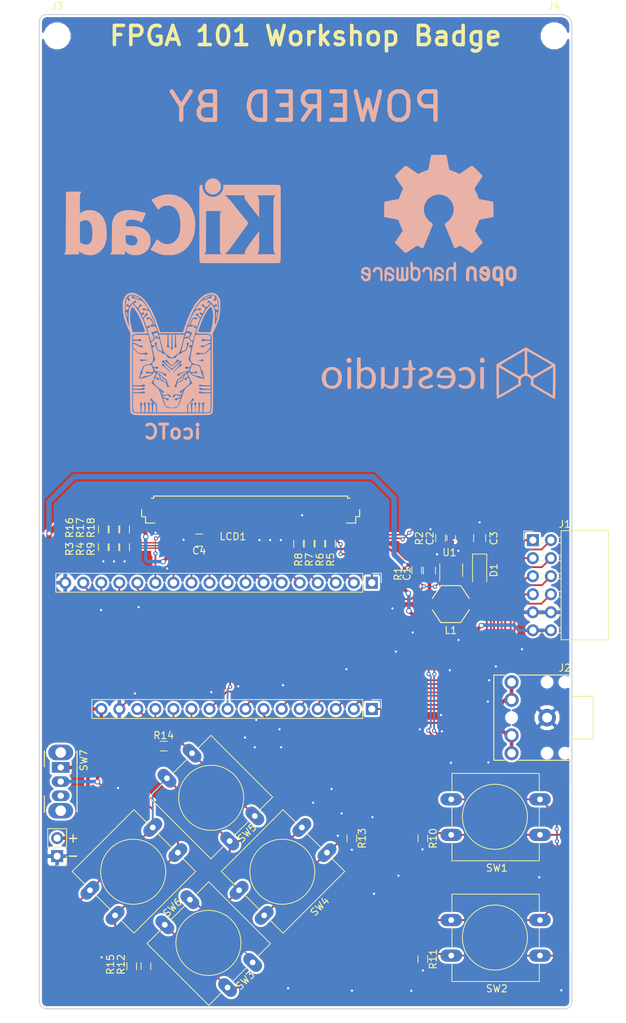
<source format=kicad_pcb>
(kicad_pcb (version 4) (host pcbnew 4.0.7)
  (layers (0 F.Cu signal) (31 B.Cu signal) (34 B.Paste user) (35 F.Paste user) (36 B.SilkS user) (37 F.SilkS user) (38 B.Mask user) (39 F.Mask user) (44 Edge.Cuts user))
  (net 0 "")
  (net 1 "Net-(C2-Pad1)")
  (net 2 /VBL-)
  (net 3 GND)
  (net 4 "Net-(D1-Pad2)")
  (net 5 +3V3)
  (net 6 /IF0)
  (net 7 /~RESET)
  (net 8 /IF1)
  (net 9 /IF2)
  (net 10 /DEN)
  (net 11 /DCLK)
  (net 12 /VSYNC)
  (net 13 /HSYNC)
  (net 14 /DX0)
  (net 15 /DX2)
  (net 16 /DX3)
  (net 17 /DX4)
  (net 18 /DX5)
  (net 19 /DX6)
  (net 20 /DX7)
  (net 21 /VBL+)
  (net 22 "Net-(BATTERY1-Pad2)")
  (net 23 /PMOD0)
  (net 24 /PMOD1)
  (net 25 /PMOD2)
  (net 26 /PMOD3)
  (net 27 /PMOD4)
  (net 28 /PMOD5)
  (net 29 /PMOD6)
  (net 30 /PMOD7)
  (net 31 /AUDIO)
  (net 32 "Net-(LCD1-Pad11)")
  (net 33 "Net-(LCD1-Pad10)")
  (net 34 "Net-(LCD1-Pad9)")
  (net 35 /TPS_CTRL)
  (net 36 /BUTTON_5)
  (net 37 /BUTTON_4)
  (net 38 /BUTTON_3)
  (net 39 /BUTTON_2)
  (net 40 /BUTTON_1)
  (net 41 /BUTTON_0)
  (net 42 /OSC_OUT)
  (net 43 /DX1)
  (module "Custom Parts:MOLEX_51296-5494_54pin_0.5mm_BTM" (layer F.Cu) (at 100.25 103.5 180)
    (fp_text reference LCD1 (at 2.5 -2 360) (layer F.SilkS))
    (fp_text value LQ035NC111)
    (pad M smd rect (at 14.8 2.65 180) (size 1.4 1.5) (layers F.Cu F.Paste F.Mask))
    (pad M smd rect (at -14.8 2.65 180) (size 1.4 1.5) (layers F.Cu F.Paste F.Mask))
    (pad 54 smd rect (at 13.25 -0.5 180) (size 0.3 1) (layers F.Cu F.Paste F.Mask) (net 3 GND))
    (pad 53 smd rect (at 12.75 -0.5 180) (size 0.3 1) (layers F.Cu F.Paste F.Mask) (net 3 GND))
    (pad 52 smd rect (at 12.25 -0.5 180) (size 0.3 1) (layers F.Cu F.Paste F.Mask) (net 10 /DEN))
    (pad 51 smd rect (at 11.75 -0.5 180) (size 0.3 1) (layers F.Cu F.Paste F.Mask))
    (pad 50 smd rect (at 11.25 -0.5 180) (size 0.3 1) (layers F.Cu F.Paste F.Mask) (net 6 /IF0))
    (pad 49 smd rect (at 10.75 -0.5 180) (size 0.3 1) (layers F.Cu F.Paste F.Mask) (net 8 /IF1))
    (pad 48 smd rect (at 10.25 -0.5 180) (size 0.3 1) (layers F.Cu F.Paste F.Mask) (net 9 /IF2))
    (pad 47 smd rect (at 9.75 -0.5 180) (size 0.3 1) (layers F.Cu F.Paste F.Mask))
    (pad 46 smd rect (at 9.25 -0.5 180) (size 0.3 1) (layers F.Cu F.Paste F.Mask))
    (pad 45 smd rect (at 8.75 -0.5 180) (size 0.3 1) (layers F.Cu F.Paste F.Mask))
    (pad 44 smd rect (at 8.25 -0.5 180) (size 0.3 1) (layers F.Cu F.Paste F.Mask))
    (pad 43 smd rect (at 7.75 -0.5 180) (size 0.3 1) (layers F.Cu F.Paste F.Mask))
    (pad 42 smd rect (at 7.25 -0.5 180) (size 0.3 1) (layers F.Cu F.Paste F.Mask) (net 5 +3V3))
    (pad 41 smd rect (at 6.75 -0.5 180) (size 0.3 1) (layers F.Cu F.Paste F.Mask) (net 5 +3V3))
    (pad 40 smd rect (at 6.25 -0.5 180) (size 0.3 1) (layers F.Cu F.Paste F.Mask))
    (pad 39 smd rect (at 5.75 -0.5 180) (size 0.3 1) (layers F.Cu F.Paste F.Mask))
    (pad 38 smd rect (at 5.25 -0.5 180) (size 0.3 1) (layers F.Cu F.Paste F.Mask) (net 11 /DCLK))
    (pad 37 smd rect (at 4.75 -0.5 180) (size 0.3 1) (layers F.Cu F.Paste F.Mask) (net 12 /VSYNC))
    (pad 36 smd rect (at 4.25 -0.5 180) (size 0.3 1) (layers F.Cu F.Paste F.Mask) (net 13 /HSYNC))
    (pad 35 smd rect (at 3.75 -0.5 180) (size 0.3 1) (layers F.Cu F.Paste F.Mask) (net 20 /DX7))
    (pad 34 smd rect (at 3.25 -0.5 180) (size 0.3 1) (layers F.Cu F.Paste F.Mask) (net 19 /DX6))
    (pad 33 smd rect (at 2.75 -0.5 180) (size 0.3 1) (layers F.Cu F.Paste F.Mask) (net 18 /DX5))
    (pad 32 smd rect (at 2.25 -0.5 180) (size 0.3 1) (layers F.Cu F.Paste F.Mask) (net 17 /DX4))
    (pad 31 smd rect (at 1.75 -0.5 180) (size 0.3 1) (layers F.Cu F.Paste F.Mask) (net 16 /DX3))
    (pad 30 smd rect (at 1.25 -0.5 180) (size 0.3 1) (layers F.Cu F.Paste F.Mask) (net 15 /DX2))
    (pad 29 smd rect (at 0.75 -0.5 180) (size 0.3 1) (layers F.Cu F.Paste F.Mask) (net 43 /DX1))
    (pad 28 smd rect (at 0.25 -0.5 180) (size 0.3 1) (layers F.Cu F.Paste F.Mask) (net 14 /DX0))
    (pad 27 smd rect (at -0.25 -0.5 180) (size 0.3 1) (layers F.Cu F.Paste F.Mask) (net 3 GND))
    (pad 26 smd rect (at -0.75 -0.5 180) (size 0.3 1) (layers F.Cu F.Paste F.Mask) (net 3 GND))
    (pad 25 smd rect (at -1.25 -0.5 180) (size 0.3 1) (layers F.Cu F.Paste F.Mask) (net 3 GND))
    (pad 24 smd rect (at -1.75 -0.5 180) (size 0.3 1) (layers F.Cu F.Paste F.Mask) (net 3 GND))
    (pad 23 smd rect (at -2.25 -0.5 180) (size 0.3 1) (layers F.Cu F.Paste F.Mask) (net 3 GND))
    (pad 22 smd rect (at -2.75 -0.5 180) (size 0.3 1) (layers F.Cu F.Paste F.Mask) (net 3 GND))
    (pad 21 smd rect (at -3.25 -0.5 180) (size 0.3 1) (layers F.Cu F.Paste F.Mask) (net 3 GND))
    (pad 20 smd rect (at -3.75 -0.5 180) (size 0.3 1) (layers F.Cu F.Paste F.Mask) (net 3 GND))
    (pad 19 smd rect (at -4.25 -0.5 180) (size 0.3 1) (layers F.Cu F.Paste F.Mask) (net 3 GND))
    (pad 18 smd rect (at -4.75 -0.5 180) (size 0.3 1) (layers F.Cu F.Paste F.Mask) (net 3 GND))
    (pad 17 smd rect (at -5.25 -0.5 180) (size 0.3 1) (layers F.Cu F.Paste F.Mask) (net 3 GND))
    (pad 16 smd rect (at -5.75 -0.5 180) (size 0.3 1) (layers F.Cu F.Paste F.Mask) (net 3 GND))
    (pad 15 smd rect (at -6.25 -0.5 180) (size 0.3 1) (layers F.Cu F.Paste F.Mask) (net 3 GND))
    (pad 14 smd rect (at -6.75 -0.5 180) (size 0.3 1) (layers F.Cu F.Paste F.Mask) (net 3 GND))
    (pad 13 smd rect (at -7.25 -0.5 180) (size 0.3 1) (layers F.Cu F.Paste F.Mask) (net 3 GND))
    (pad 12 smd rect (at -7.75 -0.5 180) (size 0.3 1) (layers F.Cu F.Paste F.Mask) (net 3 GND))
    (pad 11 smd rect (at -8.25 -0.5 180) (size 0.3 1) (layers F.Cu F.Paste F.Mask) (net 32 "Net-(LCD1-Pad11)"))
    (pad 10 smd rect (at -8.75 -0.5 180) (size 0.3 1) (layers F.Cu F.Paste F.Mask) (net 33 "Net-(LCD1-Pad10)"))
    (pad 9 smd rect (at -9.25 -0.5 180) (size 0.3 1) (layers F.Cu F.Paste F.Mask) (net 34 "Net-(LCD1-Pad9)"))
    (pad 8 smd rect (at -9.75 -0.5 180) (size 0.3 1) (layers F.Cu F.Paste F.Mask) (net 7 /~RESET))
    (pad 7 smd rect (at -10.25 -0.5 180) (size 0.3 1) (layers F.Cu F.Paste F.Mask))
    (pad 6 smd rect (at -10.75 -0.5 180) (size 0.3 1) (layers F.Cu F.Paste F.Mask))
    (pad 5 smd rect (at -11.25 -0.5 180) (size 0.3 1) (layers F.Cu F.Paste F.Mask))
    (pad 4 smd rect (at -11.75 -0.5 180) (size 0.3 1) (layers F.Cu F.Paste F.Mask) (net 21 /VBL+))
    (pad 3 smd rect (at -12.25 -0.5 180) (size 0.3 1) (layers F.Cu F.Paste F.Mask) (net 21 /VBL+))
    (pad 2 smd rect (at -12.75 -0.5 180) (size 0.3 1) (layers F.Cu F.Paste F.Mask) (net 2 /VBL-))
    (pad 1 smd rect (at -13.25 -0.5 180) (size 0.3 1) (layers F.Cu F.Paste F.Mask) (net 2 /VBL-))
  )
  (module Pin_Headers:Pin_Header_Straight_1x02_Pitch2.54mm (layer F.Cu) (at 73 150.5 180)
    (fp_text reference BATTERY1 hide)
    (fp_text value Conn_01x02)
    (pad 1 thru_hole rect (at 0 0 180) (size 1.7 1.7) (drill 1) (layers *.Cu *.Mask) (net 3 GND))
    (pad 2 thru_hole oval (at 0 2.54 180) (size 1.7 1.7) (drill 1) (layers *.Cu *.Mask) (net 22 "Net-(BATTERY1-Pad2)"))
  )
  (module Capacitors_SMD:C_0805 (layer F.Cu) (at 125.43 110.3 90)
    (fp_text reference C1 (at -0.45 -3.18 90) (layer F.SilkS))
    (fp_text value 10µ)
    (pad 1 smd rect (at -1 0 90) (size 1 1.25) (layers F.Cu F.Paste F.Mask) (net 5 +3V3))
    (pad 2 smd rect (at 1 0 90) (size 1 1.25) (layers F.Cu F.Paste F.Mask) (net 3 GND))
  )
  (module Capacitors_SMD:C_0603 (layer F.Cu) (at 128.5 105.71 90)
    (fp_text reference C2 (at -0.04 -3 90) (layer F.SilkS))
    (fp_text value 220n)
    (pad 2 smd rect (at 0.75 0 90) (size 0.8 0.75) (layers F.Cu F.Paste F.Mask) (net 3 GND))
    (pad 1 smd rect (at -0.75 0 90) (size 0.8 0.75) (layers F.Cu F.Paste F.Mask) (net 1 "Net-(C2-Pad1)"))
  )
  (module Capacitors_SMD:C_0805 (layer F.Cu) (at 132.5 105.71 90)
    (fp_text reference C3 (at -0.04 2 90) (layer F.SilkS))
    (fp_text value 1µ/50V)
    (pad 1 smd rect (at -1 0 90) (size 1 1.25) (layers F.Cu F.Paste F.Mask) (net 21 /VBL+))
    (pad 2 smd rect (at 1 0 90) (size 1 1.25) (layers F.Cu F.Paste F.Mask) (net 3 GND))
  )
  (module Capacitors_SMD:C_0805 (layer F.Cu) (at 93 106 180)
    (fp_text reference C4 (at 0 -1.5 180) (layer F.SilkS))
    (fp_text value 10µ)
    (pad 1 smd rect (at -1 0 180) (size 1 1.25) (layers F.Cu F.Paste F.Mask) (net 5 +3V3))
    (pad 2 smd rect (at 1 0 180) (size 1 1.25) (layers F.Cu F.Paste F.Mask) (net 3 GND))
  )
  (module Diodes_SMD:D_SOD-123 (layer F.Cu) (at 132.5 110.21 270)
    (fp_text reference D1 (at 0.04 -2 270) (layer F.SilkS))
    (fp_text value MBR0540)
    (pad 1 smd rect (at -1.65 0 270) (size 0.9 1.2) (layers F.Cu F.Paste F.Mask) (net 21 /VBL+))
    (pad 2 smd rect (at 1.65 0 270) (size 0.9 1.2) (layers F.Cu F.Paste F.Mask) (net 4 "Net-(D1-Pad2)"))
  )
  (module "Custom Parts:Pin_Header_Angled_2x06_Pitch2.54mm_PMOD" (layer F.Cu) (at 140 106)
    (fp_text reference J1 (at 4.5 -2.25) (layer F.SilkS))
    (fp_text value PMOD)
    (pad 1 thru_hole rect (at 0 0) (size 1.7 1.7) (drill 1) (layers *.Cu *.Mask) (net 23 /PMOD0))
    (pad 7 thru_hole oval (at 2.54 0) (size 1.7 1.7) (drill 1) (layers *.Cu *.Mask) (net 24 /PMOD1))
    (pad 2 thru_hole oval (at 0 2.54) (size 1.7 1.7) (drill 1) (layers *.Cu *.Mask) (net 25 /PMOD2))
    (pad 8 thru_hole oval (at 2.54 2.54) (size 1.7 1.7) (drill 1) (layers *.Cu *.Mask) (net 26 /PMOD3))
    (pad 3 thru_hole oval (at 0 5.08) (size 1.7 1.7) (drill 1) (layers *.Cu *.Mask) (net 27 /PMOD4))
    (pad 9 thru_hole oval (at 2.54 5.08) (size 1.7 1.7) (drill 1) (layers *.Cu *.Mask) (net 28 /PMOD5))
    (pad 4 thru_hole oval (at 0 7.62) (size 1.7 1.7) (drill 1) (layers *.Cu *.Mask) (net 29 /PMOD6))
    (pad 10 thru_hole oval (at 2.54 7.62) (size 1.7 1.7) (drill 1) (layers *.Cu *.Mask) (net 30 /PMOD7))
    (pad 5 thru_hole oval (at 0 10.16) (size 1.7 1.7) (drill 1) (layers *.Cu *.Mask) (net 3 GND))
    (pad 11 thru_hole oval (at 2.54 10.16) (size 1.7 1.7) (drill 1) (layers *.Cu *.Mask) (net 3 GND))
    (pad 6 thru_hole oval (at 0 12.7) (size 1.7 1.7) (drill 1) (layers *.Cu *.Mask) (net 5 +3V3))
    (pad 12 thru_hole oval (at 2.54 12.7) (size 1.7 1.7) (drill 1) (layers *.Cu *.Mask) (net 5 +3V3))
  )
  (module "Custom Parts:AUDIO_JACK_3.5mm" (layer F.Cu) (at 142 131 180)
    (fp_text reference J2 (at -2.5 7 180) (layer F.SilkS))
    (fp_text value Audio-Jack-3)
    (pad 3 thru_hole circle (at 0 0 180) (size 2.5 2.5) (drill 1.4) (layers *.Cu *.Mask) (net 3 GND))
    (pad 2 thru_hole circle (at 5 -2.5 180) (size 2 2) (drill 1.25) (layers *.Cu *.Mask) (net 31 /AUDIO))
    (pad 2 thru_hole circle (at 5 -5 180) (size 2 2) (drill 1.2) (layers *.Cu *.Mask) (net 31 /AUDIO))
    (pad 1 thru_hole circle (at 5 2.5 180) (size 2 2) (drill 1.2) (layers *.Cu *.Mask) (net 31 /AUDIO))
    (pad 1 thru_hole circle (at 5 5 180) (size 2 2) (drill 1.2) (layers *.Cu *.Mask) (net 31 /AUDIO))
    (pad "" np_thru_hole circle (at 0 -5 180) (size 1.2 1.2) (drill 1.2) (layers *.Cu *.Mask))
    (pad "" np_thru_hole circle (at -2.5 -5 180) (size 1.2 1.2) (drill 1.2) (layers *.Cu *.Mask))
    (pad "" np_thru_hole circle (at 0 5 180) (size 1.2 1.2) (drill 1.2) (layers *.Cu *.Mask))
    (pad "" np_thru_hole circle (at -2.5 5 180) (size 1.2 1.2) (drill 1.2) (layers *.Cu *.Mask))
    (pad "" np_thru_hole circle (at 5 0 180) (size 1.2 1.2) (drill 1.2) (layers *.Cu *.Mask))
  )
  (module "Custom Parts:muRata_L_2020" (layer F.Cu) (at 128.44 115.01)
    (fp_text reference L1 (at 0 3.7) (layer F.SilkS))
    (fp_text value 10µH/A915AY-100M)
    (pad 2 smd rect (at 2.6 0) (size 1 1.4) (layers F.Cu F.Paste F.Mask) (net 4 "Net-(D1-Pad2)"))
    (pad 1 smd rect (at -2.6 0) (size 1 1.4) (layers F.Cu F.Paste F.Mask) (net 5 +3V3))
  )
  (module Resistors_SMD:R_0603 (layer F.Cu) (at 123.65 110.24 90)
    (fp_text reference R1 (at -0.51 -2.65 90) (layer F.SilkS))
    (fp_text value 10k)
    (pad 1 smd rect (at -0.75 0 90) (size 0.5 0.9) (layers F.Cu F.Paste F.Mask) (net 35 /TPS_CTRL))
    (pad 2 smd rect (at 0.75 0 90) (size 0.5 0.9) (layers F.Cu F.Paste F.Mask) (net 5 +3V3))
  )
  (module Resistors_SMD:R_0603 (layer F.Cu) (at 127 105.71 90)
    (fp_text reference R2 (at -0.04 -3 90) (layer F.SilkS))
    (fp_text value 10)
    (pad 1 smd rect (at -0.75 0 90) (size 0.5 0.9) (layers F.Cu F.Paste F.Mask) (net 2 /VBL-))
    (pad 2 smd rect (at 0.75 0 90) (size 0.5 0.9) (layers F.Cu F.Paste F.Mask) (net 3 GND))
  )
  (module Resistors_SMD:R_0603 (layer F.Cu) (at 79.5 107 270)
    (fp_text reference R3 (at 0.25 4.75 270) (layer F.SilkS))
    (fp_text value 10k)
    (pad 1 smd rect (at -0.75 0 270) (size 0.5 0.9) (layers F.Cu F.Paste F.Mask) (net 9 /IF2))
    (pad 2 smd rect (at 0.75 0 270) (size 0.5 0.9) (layers F.Cu F.Paste F.Mask) (net 3 GND))
  )
  (module Resistors_SMD:R_0603 (layer F.Cu) (at 81 107 270)
    (fp_text reference R4 (at 0.25 4.75 270) (layer F.SilkS))
    (fp_text value 10k)
    (pad 1 smd rect (at -0.75 0 270) (size 0.5 0.9) (layers F.Cu F.Paste F.Mask) (net 8 /IF1))
    (pad 2 smd rect (at 0.75 0 270) (size 0.5 0.9) (layers F.Cu F.Paste F.Mask) (net 3 GND))
  )
  (module Resistors_SMD:R_0603 (layer F.Cu) (at 111.5 106.5 270)
    (fp_text reference R5 (at 2.25 0 270) (layer F.SilkS))
    (fp_text value 10k)
    (pad 1 smd rect (at -0.75 0 270) (size 0.5 0.9) (layers F.Cu F.Paste F.Mask) (net 7 /~RESET))
    (pad 2 smd rect (at 0.75 0 270) (size 0.5 0.9) (layers F.Cu F.Paste F.Mask) (net 5 +3V3))
  )
  (module Resistors_SMD:R_0603 (layer F.Cu) (at 110 106.5 270)
    (fp_text reference R6 (at 2.25 0 270) (layer F.SilkS))
    (fp_text value 10k)
    (pad 1 smd rect (at -0.75 0 270) (size 0.5 0.9) (layers F.Cu F.Paste F.Mask) (net 34 "Net-(LCD1-Pad9)"))
    (pad 2 smd rect (at 0.75 0 270) (size 0.5 0.9) (layers F.Cu F.Paste F.Mask) (net 5 +3V3))
  )
  (module Resistors_SMD:R_0603 (layer F.Cu) (at 108.5 106.5 270)
    (fp_text reference R7 (at 2.25 0 270) (layer F.SilkS))
    (fp_text value 10k)
    (pad 1 smd rect (at -0.75 0 270) (size 0.5 0.9) (layers F.Cu F.Paste F.Mask) (net 33 "Net-(LCD1-Pad10)"))
    (pad 2 smd rect (at 0.75 0 270) (size 0.5 0.9) (layers F.Cu F.Paste F.Mask) (net 5 +3V3))
  )
  (module Resistors_SMD:R_0603 (layer F.Cu) (at 107 106.5 270)
    (fp_text reference R8 (at 2.25 0 270) (layer F.SilkS))
    (fp_text value 10k)
    (pad 1 smd rect (at -0.75 0 270) (size 0.5 0.9) (layers F.Cu F.Paste F.Mask) (net 32 "Net-(LCD1-Pad11)"))
    (pad 2 smd rect (at 0.75 0 270) (size 0.5 0.9) (layers F.Cu F.Paste F.Mask) (net 5 +3V3))
  )
  (module Resistors_SMD:R_0603 (layer F.Cu) (at 82.5 107 270)
    (fp_text reference R9 (at 0.25 4.75 270) (layer F.SilkS))
    (fp_text value DNP)
    (pad 1 smd rect (at -0.75 0 270) (size 0.5 0.9) (layers F.Cu F.Paste F.Mask) (net 6 /IF0))
    (pad 2 smd rect (at 0.75 0 270) (size 0.5 0.9) (layers F.Cu F.Paste F.Mask) (net 3 GND))
  )
  (module Resistors_SMD:R_0603 (layer F.Cu) (at 124.5 148 270)
    (fp_text reference R10 (at 0 -1.45 270) (layer F.SilkS))
    (fp_text value 10K)
    (pad 1 smd rect (at -0.75 0 270) (size 0.5 0.9) (layers F.Cu F.Paste F.Mask) (net 36 /BUTTON_5))
    (pad 2 smd rect (at 0.75 0 270) (size 0.5 0.9) (layers F.Cu F.Paste F.Mask) (net 3 GND))
  )
  (module Resistors_SMD:R_0603 (layer F.Cu) (at 124.5 165 270)
    (fp_text reference R11 (at 0 -1.45 270) (layer F.SilkS))
    (fp_text value 10K)
    (pad 1 smd rect (at -0.75 0 270) (size 0.5 0.9) (layers F.Cu F.Paste F.Mask) (net 37 /BUTTON_4))
    (pad 2 smd rect (at 0.75 0 270) (size 0.5 0.9) (layers F.Cu F.Paste F.Mask) (net 3 GND))
  )
  (module Resistors_SMD:R_0603 (layer F.Cu) (at 85.5 166 270)
    (fp_text reference R12 (at -0.25 3.5 270) (layer F.SilkS))
    (fp_text value 10K)
    (pad 1 smd rect (at -0.75 0 270) (size 0.5 0.9) (layers F.Cu F.Paste F.Mask) (net 38 /BUTTON_3))
    (pad 2 smd rect (at 0.75 0 270) (size 0.5 0.9) (layers F.Cu F.Paste F.Mask) (net 3 GND))
  )
  (module Resistors_SMD:R_0603 (layer F.Cu) (at 114.5 148 270)
    (fp_text reference R13 (at 0 -1.45 270) (layer F.SilkS))
    (fp_text value 10K)
    (pad 1 smd rect (at -0.75 0 270) (size 0.5 0.9) (layers F.Cu F.Paste F.Mask) (net 39 /BUTTON_2))
    (pad 2 smd rect (at 0.75 0 270) (size 0.5 0.9) (layers F.Cu F.Paste F.Mask) (net 3 GND))
  )
  (module Resistors_SMD:R_0603 (layer F.Cu) (at 88 135 180)
    (fp_text reference R14 (at 0 1.5 180) (layer F.SilkS))
    (fp_text value 10K)
    (pad 1 smd rect (at -0.75 0 180) (size 0.5 0.9) (layers F.Cu F.Paste F.Mask) (net 40 /BUTTON_1))
    (pad 2 smd rect (at 0.75 0 180) (size 0.5 0.9) (layers F.Cu F.Paste F.Mask) (net 3 GND))
  )
  (module Resistors_SMD:R_0603 (layer F.Cu) (at 83.5 166 270)
    (fp_text reference R15 (at -0.25 3 270) (layer F.SilkS))
    (fp_text value 10K)
    (pad 1 smd rect (at -0.75 0 270) (size 0.5 0.9) (layers F.Cu F.Paste F.Mask) (net 41 /BUTTON_0))
    (pad 2 smd rect (at 0.75 0 270) (size 0.5 0.9) (layers F.Cu F.Paste F.Mask) (net 3 GND))
  )
  (module Buttons_Switches_THT:SW_PUSH-12mm (layer F.Cu) (at 141 147.5 180)
    (fp_text reference SW1 (at 6.08 -4.66 180) (layer F.SilkS))
    (fp_text value SW_Push)
    (pad 1 thru_hole oval (at 12.5 0 180) (size 3.048 1.7272) (drill 0.8128) (layers *.Cu *.Mask) (net 36 /BUTTON_5))
    (pad 2 thru_hole oval (at 12.5 5 180) (size 3.048 1.7272) (drill 0.8128) (layers *.Cu *.Mask) (net 5 +3V3))
    (pad 1 thru_hole oval (at 0 0 180) (size 3.048 1.7272) (drill 0.8128) (layers *.Cu *.Mask) (net 36 /BUTTON_5))
    (pad 2 thru_hole oval (at 0 5 180) (size 3.048 1.7272) (drill 0.8128) (layers *.Cu *.Mask) (net 5 +3V3))
  )
  (module Buttons_Switches_THT:SW_PUSH-12mm (layer F.Cu) (at 141 164.5 180)
    (fp_text reference SW2 (at 6.08 -4.66 180) (layer F.SilkS))
    (fp_text value SW_Push)
    (pad 1 thru_hole oval (at 12.5 0 180) (size 3.048 1.7272) (drill 0.8128) (layers *.Cu *.Mask) (net 37 /BUTTON_4))
    (pad 2 thru_hole oval (at 12.5 5 180) (size 3.048 1.7272) (drill 0.8128) (layers *.Cu *.Mask) (net 5 +3V3))
    (pad 1 thru_hole oval (at 0 0 180) (size 3.048 1.7272) (drill 0.8128) (layers *.Cu *.Mask) (net 37 /BUTTON_4))
    (pad 2 thru_hole oval (at 0 5 180) (size 3.048 1.7272) (drill 0.8128) (layers *.Cu *.Mask) (net 5 +3V3))
  )
  (module Buttons_Switches_THT:SW_PUSH-12mm (layer F.Cu) (at 97 169 135)
    (fp_text reference SW3 (at -1.06066 2.474874 225) (layer F.SilkS))
    (fp_text value SW_Push)
    (pad 1 thru_hole oval (at 12.5 0 135) (size 3.048 1.7272) (drill 0.8128) (layers *.Cu *.Mask) (net 38 /BUTTON_3))
    (pad 2 thru_hole oval (at 12.5 5 135) (size 3.048 1.7272) (drill 0.8128) (layers *.Cu *.Mask) (net 5 +3V3))
    (pad 1 thru_hole oval (at 0 0 135) (size 3.048 1.7272) (drill 0.8128) (layers *.Cu *.Mask) (net 38 /BUTTON_3))
    (pad 2 thru_hole oval (at 0 5 135) (size 3.048 1.7272) (drill 0.8128) (layers *.Cu *.Mask) (net 5 +3V3))
  )
  (module Buttons_Switches_THT:SW_PUSH-12mm (layer F.Cu) (at 111 150 225)
    (fp_text reference SW4 (at 6.08 -4.66 225) (layer F.SilkS))
    (fp_text value SW_Push)
    (pad 1 thru_hole oval (at 12.5 0 225) (size 3.048 1.7272) (drill 0.8128) (layers *.Cu *.Mask) (net 39 /BUTTON_2))
    (pad 2 thru_hole oval (at 12.5 5 225) (size 3.048 1.7272) (drill 0.8128) (layers *.Cu *.Mask) (net 5 +3V3))
    (pad 1 thru_hole oval (at 0 0 225) (size 3.048 1.7272) (drill 0.8128) (layers *.Cu *.Mask) (net 39 /BUTTON_2))
    (pad 2 thru_hole oval (at 0 5 225) (size 3.048 1.7272) (drill 0.8128) (layers *.Cu *.Mask) (net 5 +3V3))
  )
  (module Buttons_Switches_THT:SW_PUSH-12mm (layer F.Cu) (at 92 136 315)
    (fp_text reference SW5 (at 13.435029 2.474874 405) (layer F.SilkS))
    (fp_text value SW_Push)
    (pad 1 thru_hole oval (at 12.5 0 315) (size 3.048 1.7272) (drill 0.8128) (layers *.Cu *.Mask) (net 40 /BUTTON_1))
    (pad 2 thru_hole oval (at 12.5 5 315) (size 3.048 1.7272) (drill 0.8128) (layers *.Cu *.Mask) (net 5 +3V3))
    (pad 1 thru_hole oval (at 0 0 315) (size 3.048 1.7272) (drill 0.8128) (layers *.Cu *.Mask) (net 40 /BUTTON_1))
    (pad 2 thru_hole oval (at 0 5 315) (size 3.048 1.7272) (drill 0.8128) (layers *.Cu *.Mask) (net 5 +3V3))
  )
  (module Buttons_Switches_THT:SW_PUSH-12mm (layer F.Cu) (at 90 150 225)
    (fp_text reference SW6 (at 6.010408 -4.949747 225) (layer F.SilkS))
    (fp_text value SW_Push)
    (pad 1 thru_hole oval (at 12.5 0 225) (size 3.048 1.7272) (drill 0.8128) (layers *.Cu *.Mask) (net 41 /BUTTON_0))
    (pad 2 thru_hole oval (at 12.5 5 225) (size 3.048 1.7272) (drill 0.8128) (layers *.Cu *.Mask) (net 5 +3V3))
    (pad 1 thru_hole oval (at 0 0 225) (size 3.048 1.7272) (drill 0.8128) (layers *.Cu *.Mask) (net 41 /BUTTON_0))
    (pad 2 thru_hole oval (at 0 5 225) (size 3.048 1.7272) (drill 0.8128) (layers *.Cu *.Mask) (net 5 +3V3))
  )
  (module Buttons_Switches_THT:SW_CuK_OS102011MA1QN1_SPDT_Angled (layer F.Cu) (at 73.5 138 270)
    (fp_text reference SW7 (at -1 -3.25 270) (layer F.SilkS))
    (fp_text value SW_SPDT)
    (pad 1 thru_hole rect (at 0 0 270) (size 1.5 2.5) (drill 0.9) (layers *.Cu *.Mask) (net 22 "Net-(BATTERY1-Pad2)"))
    (pad 2 thru_hole oval (at 2 0 270) (size 1.5 2.5) (drill 0.9) (layers *.Cu *.Mask) (net 5 +3V3))
    (pad 3 thru_hole oval (at 4 0 270) (size 1.5 2.5) (drill 0.9) (layers *.Cu *.Mask))
    (pad "" thru_hole oval (at -2.1 0 270) (size 2.2 3.5) (drill 1.5) (layers *.Cu *.Mask))
    (pad "" thru_hole oval (at 6.1 0 270) (size 2.2 3.5) (drill 1.5) (layers *.Cu *.Mask))
  )
  (module TO_SOT_Packages_SMD:SOT-23-6 (layer F.Cu) (at 128.5 110.21 90)
    (fp_text reference U1 (at 2.46 -0.25 180) (layer F.SilkS))
    (fp_text value TPS61165)
    (pad 1 smd rect (at -1.1 -0.95 90) (size 1.06 0.65) (layers F.Cu F.Paste F.Mask) (net 5 +3V3))
    (pad 2 smd rect (at -1.1 0 90) (size 1.06 0.65) (layers F.Cu F.Paste F.Mask) (net 35 /TPS_CTRL))
    (pad 3 smd rect (at -1.1 0.95 90) (size 1.06 0.65) (layers F.Cu F.Paste F.Mask) (net 4 "Net-(D1-Pad2)"))
    (pad 4 smd rect (at 1.1 0.95 90) (size 1.06 0.65) (layers F.Cu F.Paste F.Mask) (net 3 GND))
    (pad 6 smd rect (at 1.1 -0.95 90) (size 1.06 0.65) (layers F.Cu F.Paste F.Mask) (net 2 /VBL-))
    (pad 5 smd rect (at 1.1 0 90) (size 1.06 0.65) (layers F.Cu F.Paste F.Mask) (net 1 "Net-(C2-Pad1)"))
  )
  (module Pin_Headers:Pin_Header_Straight_1x16_Pitch2.54mm (layer F.Cu) (at 117.32 129.78 270)
    (fp_text reference UPDUINO2_DOWN1 hide)
    (fp_text value Conn_01x16)
    (pad 1 thru_hole rect (at 0 0 270) (size 1.7 1.7) (drill 1) (layers *.Cu *.Mask) (net 30 /PMOD7))
    (pad 2 thru_hole oval (at 0 2.54 270) (size 1.7 1.7) (drill 1) (layers *.Cu *.Mask) (net 29 /PMOD6))
    (pad 3 thru_hole oval (at 0 5.08 270) (size 1.7 1.7) (drill 1) (layers *.Cu *.Mask) (net 28 /PMOD5))
    (pad 4 thru_hole oval (at 0 7.62 270) (size 1.7 1.7) (drill 1) (layers *.Cu *.Mask) (net 27 /PMOD4))
    (pad 5 thru_hole oval (at 0 10.16 270) (size 1.7 1.7) (drill 1) (layers *.Cu *.Mask) (net 26 /PMOD3))
    (pad 6 thru_hole oval (at 0 12.7 270) (size 1.7 1.7) (drill 1) (layers *.Cu *.Mask) (net 25 /PMOD2))
    (pad 7 thru_hole oval (at 0 15.24 270) (size 1.7 1.7) (drill 1) (layers *.Cu *.Mask) (net 31 /AUDIO))
    (pad 8 thru_hole oval (at 0 17.78 270) (size 1.7 1.7) (drill 1) (layers *.Cu *.Mask) (net 24 /PMOD1))
    (pad 9 thru_hole oval (at 0 20.32 270) (size 1.7 1.7) (drill 1) (layers *.Cu *.Mask) (net 42 /OSC_OUT))
    (pad 10 thru_hole oval (at 0 22.86 270) (size 1.7 1.7) (drill 1) (layers *.Cu *.Mask) (net 23 /PMOD0))
    (pad 11 thru_hole oval (at 0 25.4 270) (size 1.7 1.7) (drill 1) (layers *.Cu *.Mask) (net 38 /BUTTON_3))
    (pad 12 thru_hole oval (at 0 27.94 270) (size 1.7 1.7) (drill 1) (layers *.Cu *.Mask) (net 39 /BUTTON_2))
    (pad 13 thru_hole oval (at 0 30.48 270) (size 1.7 1.7) (drill 1) (layers *.Cu *.Mask) (net 40 /BUTTON_1))
    (pad 14 thru_hole oval (at 0 33.02 270) (size 1.7 1.7) (drill 1) (layers *.Cu *.Mask) (net 41 /BUTTON_0))
    (pad 15 thru_hole oval (at 0 35.56 270) (size 1.7 1.7) (drill 1) (layers *.Cu *.Mask) (net 3 GND))
    (pad 16 thru_hole oval (at 0 38.1 270) (size 1.7 1.7) (drill 1) (layers *.Cu *.Mask) (net 5 +3V3))
  )
  (module Pin_Headers:Pin_Header_Straight_1x18_Pitch2.54mm (layer F.Cu) (at 117.32 112 270)
    (fp_text reference UPDUINO2_UP1 hide)
    (fp_text value Conn_01x18)
    (pad 1 thru_hole rect (at 0 0 270) (size 1.7 1.7) (drill 1) (layers *.Cu *.Mask) (net 7 /~RESET))
    (pad 2 thru_hole oval (at 0 2.54 270) (size 1.7 1.7) (drill 1) (layers *.Cu *.Mask) (net 14 /DX0))
    (pad 3 thru_hole oval (at 0 5.08 270) (size 1.7 1.7) (drill 1) (layers *.Cu *.Mask) (net 43 /DX1))
    (pad 4 thru_hole oval (at 0 7.62 270) (size 1.7 1.7) (drill 1) (layers *.Cu *.Mask) (net 15 /DX2))
    (pad 5 thru_hole oval (at 0 10.16 270) (size 1.7 1.7) (drill 1) (layers *.Cu *.Mask) (net 16 /DX3))
    (pad 6 thru_hole oval (at 0 12.7 270) (size 1.7 1.7) (drill 1) (layers *.Cu *.Mask) (net 17 /DX4))
    (pad 7 thru_hole oval (at 0 15.24 270) (size 1.7 1.7) (drill 1) (layers *.Cu *.Mask) (net 18 /DX5))
    (pad 8 thru_hole oval (at 0 17.78 270) (size 1.7 1.7) (drill 1) (layers *.Cu *.Mask) (net 19 /DX6))
    (pad 9 thru_hole oval (at 0 20.32 270) (size 1.7 1.7) (drill 1) (layers *.Cu *.Mask) (net 20 /DX7))
    (pad 10 thru_hole oval (at 0 22.86 270) (size 1.7 1.7) (drill 1) (layers *.Cu *.Mask) (net 13 /HSYNC))
    (pad 11 thru_hole oval (at 0 25.4 270) (size 1.7 1.7) (drill 1) (layers *.Cu *.Mask) (net 12 /VSYNC))
    (pad 12 thru_hole oval (at 0 27.94 270) (size 1.7 1.7) (drill 1) (layers *.Cu *.Mask) (net 11 /DCLK))
    (pad 13 thru_hole oval (at 0 30.48 270) (size 1.7 1.7) (drill 1) (layers *.Cu *.Mask) (net 10 /DEN))
    (pad 14 thru_hole oval (at 0 33.02 270) (size 1.7 1.7) (drill 1) (layers *.Cu *.Mask) (net 35 /TPS_CTRL))
    (pad 15 thru_hole oval (at 0 35.56 270) (size 1.7 1.7) (drill 1) (layers *.Cu *.Mask) (net 37 /BUTTON_4))
    (pad 16 thru_hole oval (at 0 38.1 270) (size 1.7 1.7) (drill 1) (layers *.Cu *.Mask) (net 36 /BUTTON_5))
    (pad 17 thru_hole oval (at 0 40.64 270) (size 1.7 1.7) (drill 1) (layers *.Cu *.Mask) (net 42 /OSC_OUT))
    (pad 18 thru_hole oval (at 0 43.18 270) (size 1.7 1.7) (drill 1) (layers *.Cu *.Mask) (net 3 GND))
  )
  (module Resistors_SMD:R_0603 (layer F.Cu) (at 79.5 104.5 90)
    (fp_text reference R16 (at 0.25 -4.75 90) (layer F.SilkS))
    (fp_text value DNP)
    (pad 1 smd rect (at -0.75 0 90) (size 0.5 0.9) (layers F.Cu F.Paste F.Mask) (net 9 /IF2))
    (pad 2 smd rect (at 0.75 0 90) (size 0.5 0.9) (layers F.Cu F.Paste F.Mask) (net 5 +3V3))
  )
  (module Resistors_SMD:R_0603 (layer F.Cu) (at 81 104.5 90)
    (fp_text reference R17 (at 0.25 -4.75 90) (layer F.SilkS))
    (fp_text value DNP)
    (pad 1 smd rect (at -0.75 0 90) (size 0.5 0.9) (layers F.Cu F.Paste F.Mask) (net 8 /IF1))
    (pad 2 smd rect (at 0.75 0 90) (size 0.5 0.9) (layers F.Cu F.Paste F.Mask) (net 5 +3V3))
  )
  (module Resistors_SMD:R_0603 (layer F.Cu) (at 82.5 104.5 90)
    (fp_text reference R18 (at 0.25 -4.75 90) (layer F.SilkS))
    (fp_text value 10k)
    (pad 1 smd rect (at -0.75 0 90) (size 0.5 0.9) (layers F.Cu F.Paste F.Mask) (net 6 /IF0))
    (pad 2 smd rect (at 0.75 0 90) (size 0.5 0.9) (layers F.Cu F.Paste F.Mask) (net 5 +3V3))
  )
  (module Mounting_Holes:MountingHole_3.2mm_M3 (layer F.Cu) (at 73 35)
    (fp_text reference J3 (at 0 -4.2) (layer F.SilkS))
    (fp_text value HOLE)
    (pad 1 np_thru_hole circle (at 0 0) (size 3.2 3.2) (drill 3.2) (layers *.Cu *.Mask))
  )
  (module Mounting_Holes:MountingHole_3.2mm_M3 (layer F.Cu) (at 143 35)
    (fp_text reference J4 (at 0 -4.2) (layer F.SilkS))
    (fp_text value HOLE)
    (pad 1 np_thru_hole circle (at 0 0) (size 3.2 3.2) (drill 3.2) (layers *.Cu *.Mask))
  )
  (module Symbols:KiCad-Logo_12mm_SilkScreen (layer B.Cu) (at 89.25 61 180)
    (fp_text reference J8 hide)
    (fp_text value KICAD_LOGO hide)
  )
  (module Symbols:OSHW-Logo2_24.3x20mm_SilkScreen (layer B.Cu) (at 126.75 61 180)
    (fp_text reference J5 hide)
    (fp_text value OSHW_LOGO hide)
  )
  (module "Custom Parts:ICOTC" (layer B.Cu) (at 89.25 79.75 180)
    (fp_text reference J6 hide)
    (fp_text value ICOTC_LOGO hide)
  )
  (module "Custom Parts:ICESTUDIO" (layer B.Cu) (at 126.75 82.5 180)
    (fp_text reference J11 hide)
    (fp_text value ICESTUDIO_LOGO hide)
  )
  (gr_text icoTC (at 89.25 90.75) (layer B.SilkS) (effects (font (size 2 2) (thickness 0.4)) (justify mirror)))
  (gr_text "POWERED BY" (at 108 45) (layer B.SilkS) (effects (font (size 4 4) (thickness 0.6)) (justify mirror)))
  (gr_line (start 75.25 148.5) (end 75.25 147.5) (angle 90) (layer F.SilkS) (width 0.2))
  (gr_line (start 74.75 148) (end 75.75 148) (angle 90) (layer F.SilkS) (width 0.2))
  (gr_line (start 74.75 150.5) (end 75.75 150.5) (angle 90) (layer F.SilkS) (width 0.2))
  (gr_text "FPGA 101 Workshop Badge" (at 108 35) (layer F.SilkS) (effects (font (size 2.7 2.7) (thickness 0.5))))
  (gr_line (start 145.5 34) (end 145.5 33.5) (angle 90) (layer Edge.Cuts) (width 0.15))
  (gr_line (start 70.5 33.5) (end 70.5 33) (angle 90) (layer Edge.Cuts) (width 0.15))
  (gr_arc (start 144.5 171) (end 145.5 171) (angle 90) (layer Edge.Cuts) (width 0.15))
  (gr_arc (start 71.5 171) (end 71.5 172) (angle 90) (layer Edge.Cuts) (width 0.15))
  (gr_line (start 70.5 171) (end 70.5 171) (angle 90) (layer Edge.Cuts) (width 0.15))
  (gr_line (start 80 172) (end 71.5 172) (angle 90) (layer Edge.Cuts) (width 0.15))
  (gr_line (start 144.5 172) (end 80 172) (angle 90) (layer Edge.Cuts) (width 0.15))
  (gr_line (start 145.5 171) (end 145.5 171) (angle 90) (layer Edge.Cuts) (width 0.15))
  (gr_line (start 70.5 157.5) (end 70.5 171) (angle 90) (layer Edge.Cuts) (width 0.15))
  (gr_line (start 145.5 157.5) (end 145.5 171) (angle 90) (layer Edge.Cuts) (width 0.15))
  (gr_line (start 145.5 157.5) (end 145.5 142.5) (angle 90) (layer Edge.Cuts) (width 0.15))
  (gr_line (start 70.5 142.5) (end 70.5 157.5) (angle 90) (layer Edge.Cuts) (width 0.15))
  (gr_line (start 145.5 102.5) (end 145.5 142.5) (layer Edge.Cuts) (width 0.15))
  (gr_line (start 70.5 102.5) (end 70.5 142.5) (layer Edge.Cuts) (width 0.15))
  (gr_arc (start 71.5 33) (end 70.5 33) (angle 90) (layer Edge.Cuts) (width 0.15))
  (gr_arc (start 144 33.5) (end 144 32) (angle 90) (layer Edge.Cuts) (width 0.15))
  (gr_line (start 71.5 32) (end 81.8 32) (angle 90) (layer Edge.Cuts) (width 0.15))
  (gr_line (start 70.5 73.5) (end 70.5 33.5) (angle 90) (layer Edge.Cuts) (width 0.15))
  (gr_line (start 144 32) (end 81.8 32) (angle 90) (layer Edge.Cuts) (width 0.15))
  (gr_line (start 145.5 49.2) (end 145.5 34) (angle 90) (layer Edge.Cuts) (width 0.15))
  (gr_line (start 145.5 72.5) (end 145.5 49.2) (angle 90) (layer Edge.Cuts) (width 0.15))
  (gr_line (start 129 106.21) (end 129 106.21) (angle 90) (layer Edge.Cuts) (width 0.15))
  (gr_line (start 145.5 72.5) (end 145.5 77.5) (angle 90) (layer Edge.Cuts) (width 0.15))
  (gr_line (start 70.5 77.5) (end 70.5 72.5) (angle 90) (layer Edge.Cuts) (width 0.15))
  (gr_line (start 70.5 77.5) (end 70.5 91.5) (angle 90) (layer Edge.Cuts) (width 0.15))
  (gr_line (start 145.5 102.5) (end 145.5 77.5) (angle 90) (layer Edge.Cuts) (width 0.15))
  (gr_line (start 70.5 102.5) (end 70.5 91.5) (angle 90) (layer Edge.Cuts) (width 0.15))
  (segment (start 128.5 109.11) (end 128.5 106.46) (width 0.2) (layer F.Cu) (net 1))
  (segment (start 113 104) (end 113 104.47) (width 0.2) (layer F.Cu) (net 2))
  (segment (start 113 104.47) (end 113.78 105.25) (width 0.2) (layer F.Cu) (net 2))
  (segment (start 113.78 105.25) (end 114.23 105.25) (width 0.2) (layer F.Cu) (net 2))
  (segment (start 127.55 109.11) (end 127.55 107.59) (width 0.2) (layer F.Cu) (net 2))
  (segment (start 127 107.04) (end 127 106.46) (width 0.2) (layer F.Cu) (net 2))
  (segment (start 127.55 107.59) (end 127 107.04) (width 0.2) (layer F.Cu) (net 2))
  (segment (start 113.5 104) (end 113.5 104.52) (width 0.2) (layer F.Cu) (net 2))
  (segment (start 126.04 107.42) (end 127 106.46) (width 0.2) (layer F.Cu) (net 2))
  (segment (start 124.05 107.42) (end 126.04 107.42) (width 0.2) (layer F.Cu) (net 2))
  (segment (start 121.88 105.25) (end 124.05 107.42) (width 0.2) (layer F.Cu) (net 2))
  (segment (start 114.23 105.25) (end 121.88 105.25) (width 0.2) (layer F.Cu) (net 2))
  (segment (start 113.5 104.52) (end 114.23 105.25) (width 0.2) (layer F.Cu) (net 2))
  (segment (start 81.76 129.78) (end 81.76 140.72) (width 0.25) (layer B.Cu) (net 3))
  (segment (start 81.76 140.72) (end 81.58 140.9) (width 0.25) (layer B.Cu) (net 3))
  (via (at 81.58 140.9) (size 0.6) (drill 0.3) (layers F.Cu B.Cu) (net 3))
  (segment (start 81.58 140.9) (end 81.64 140.9) (width 0.25) (layer F.Cu) (net 3))
  (via (at 100.83 135.17) (size 0.6) (drill 0.3) (layers F.Cu B.Cu) (net 3))
  (segment (start 100.83 135.17) (end 108.63 142.97) (width 0.25) (layer F.Cu) (net 3))
  (segment (start 108.63 142.97) (end 109.06 142.97) (width 0.25) (layer F.Cu) (net 3))
  (via (at 109.06 142.97) (size 0.6) (drill 0.3) (layers F.Cu B.Cu) (net 3))
  (segment (start 109.06 142.97) (end 110.57 144.48) (width 0.25) (layer B.Cu) (net 3))
  (segment (start 110.57 144.48) (end 113.06 144.48) (width 0.25) (layer B.Cu) (net 3))
  (via (at 113.06 144.48) (size 0.6) (drill 0.3) (layers F.Cu B.Cu) (net 3))
  (segment (start 113.06 144.48) (end 112.53 145.01) (width 0.25) (layer F.Cu) (net 3))
  (segment (start 112.53 145.01) (end 112.53 147.62) (width 0.25) (layer F.Cu) (net 3))
  (via (at 112.53 147.62) (size 0.6) (drill 0.3) (layers F.Cu B.Cu) (net 3))
  (segment (start 104.55 135.17) (end 100.83 135.17) (width 0.25) (layer B.Cu) (net 3))
  (segment (start 100.83 135.17) (end 99.45 133.79) (width 0.25) (layer B.Cu) (net 3))
  (via (at 99.45 133.79) (size 0.6) (drill 0.3) (layers F.Cu B.Cu) (net 3))
  (segment (start 117.63 155.79) (end 118.53 155.79) (width 0.25) (layer B.Cu) (net 3))
  (segment (start 118.53 155.79) (end 121.07 153.25) (width 0.25) (layer B.Cu) (net 3))
  (via (at 121.07 153.25) (size 0.6) (drill 0.3) (layers F.Cu B.Cu) (net 3))
  (segment (start 121.07 153.25) (end 121.29 153.47) (width 0.25) (layer F.Cu) (net 3))
  (segment (start 121.29 153.47) (end 140.9 153.47) (width 0.25) (layer F.Cu) (net 3))
  (via (at 140.9 153.47) (size 0.6) (drill 0.3) (layers F.Cu B.Cu) (net 3))
  (segment (start 140.9 153.47) (end 140.92 153.45) (width 0.25) (layer B.Cu) (net 3))
  (segment (start 122.87 169.45) (end 143.94 169.45) (width 0.25) (layer B.Cu) (net 3))
  (segment (start 143.94 169.45) (end 144 169.39) (width 0.25) (layer B.Cu) (net 3))
  (via (at 144 169.39) (size 0.6) (drill 0.3) (layers F.Cu B.Cu) (net 3))
  (segment (start 122.99 169.54) (end 122.96 169.54) (width 0.25) (layer B.Cu) (net 3))
  (segment (start 122.96 169.54) (end 122.88 169.46) (width 0.25) (layer B.Cu) (net 3))
  (segment (start 122.88 169.46) (end 122.87 169.45) (width 0.25) (layer B.Cu) (net 3))
  (via (at 122.87 169.45) (size 0.6) (drill 0.3) (layers F.Cu B.Cu) (net 3))
  (segment (start 122.87 169.45) (end 122.88 169.46) (width 0.25) (layer F.Cu) (net 3))
  (segment (start 114.52 169.45) (end 122.87 169.45) (width 0.25) (layer B.Cu) (net 3))
  (via (at 124.5 166.6) (size 0.6) (drill 0.3) (layers F.Cu B.Cu) (net 3))
  (segment (start 124.5 165.75) (end 124.5 166.6) (width 0.25) (layer F.Cu) (net 3))
  (segment (start 104.32 134.94) (end 104.55 135.17) (width 0.25) (layer B.Cu) (net 3))
  (via (at 104.55 135.17) (size 0.6) (drill 0.3) (layers F.Cu B.Cu) (net 3))
  (segment (start 104.55 135.17) (end 110.42 141.04) (width 0.25) (layer F.Cu) (net 3))
  (segment (start 110.42 141.04) (end 111.65 141.04) (width 0.25) (layer F.Cu) (net 3))
  (via (at 111.65 141.04) (size 0.6) (drill 0.3) (layers F.Cu B.Cu) (net 3))
  (segment (start 111.65 141.04) (end 111.73 140.96) (width 0.25) (layer B.Cu) (net 3))
  (segment (start 111.73 140.96) (end 113.35 140.96) (width 0.25) (layer B.Cu) (net 3))
  (segment (start 113.35 140.96) (end 117.4 145.01) (width 0.25) (layer B.Cu) (net 3))
  (via (at 117.4 145.01) (size 0.6) (drill 0.3) (layers F.Cu B.Cu) (net 3))
  (segment (start 117.4 145.01) (end 117.63 145.24) (width 0.25) (layer F.Cu) (net 3))
  (segment (start 117.63 145.24) (end 117.63 155.79) (width 0.25) (layer F.Cu) (net 3))
  (via (at 117.63 155.79) (size 0.6) (drill 0.3) (layers F.Cu B.Cu) (net 3))
  (segment (start 117.63 155.79) (end 117.46 155.96) (width 0.25) (layer B.Cu) (net 3))
  (segment (start 117.46 155.96) (end 117.46 157.16) (width 0.25) (layer B.Cu) (net 3))
  (segment (start 117.46 157.16) (end 105.52 169.1) (width 0.25) (layer B.Cu) (net 3))
  (via (at 105.52 169.1) (size 0.6) (drill 0.3) (layers F.Cu B.Cu) (net 3))
  (segment (start 105.52 169.1) (end 105.87 169.45) (width 0.25) (layer F.Cu) (net 3))
  (segment (start 105.87 169.45) (end 114.52 169.45) (width 0.25) (layer F.Cu) (net 3))
  (via (at 114.52 169.45) (size 0.6) (drill 0.3) (layers F.Cu B.Cu) (net 3))
  (segment (start 104.32 134.94) (end 104.32 132.63) (width 0.25) (layer B.Cu) (net 3))
  (segment (start 124.5 167.82) (end 124.5 166.6) (width 0.25) (layer B.Cu) (net 3))
  (segment (start 122.87 169.45) (end 124.5 167.82) (width 0.25) (layer B.Cu) (net 3))
  (segment (start 133.73 137.3) (end 128.52 137.3) (width 0.25) (layer B.Cu) (net 3))
  (segment (start 127.06 132.8) (end 127.19 132.93) (width 0.25) (layer B.Cu) (net 3))
  (via (at 127.19 132.93) (size 0.6) (drill 0.3) (layers F.Cu B.Cu) (net 3))
  (segment (start 127.19 132.93) (end 131.56 137.3) (width 0.25) (layer F.Cu) (net 3))
  (segment (start 131.56 137.3) (end 133.73 137.3) (width 0.25) (layer F.Cu) (net 3))
  (via (at 133.73 137.3) (size 0.6) (drill 0.3) (layers F.Cu B.Cu) (net 3))
  (segment (start 129.53 120.06) (end 137.16 120.06) (width 0.25) (layer B.Cu) (net 3))
  (via (at 127.06 130.64) (size 0.6) (drill 0.3) (layers F.Cu B.Cu) (net 3))
  (segment (start 131.74 130.64) (end 127.06 130.64) (width 0.25) (layer B.Cu) (net 3))
  (segment (start 133.65 128.73) (end 131.74 130.64) (width 0.25) (layer B.Cu) (net 3))
  (via (at 133.65 128.73) (size 0.6) (drill 0.3) (layers F.Cu B.Cu) (net 3))
  (segment (start 133.79 128.59) (end 133.65 128.73) (width 0.25) (layer F.Cu) (net 3))
  (segment (start 133.79 125.79) (end 133.79 128.59) (width 0.25) (layer F.Cu) (net 3))
  (segment (start 133.85 125.73) (end 133.79 125.79) (width 0.25) (layer F.Cu) (net 3))
  (via (at 133.85 125.73) (size 0.6) (drill 0.3) (layers F.Cu B.Cu) (net 3))
  (segment (start 133.85 124.72) (end 133.85 125.73) (width 0.25) (layer B.Cu) (net 3))
  (segment (start 134.78 123.79) (end 133.85 124.72) (width 0.25) (layer B.Cu) (net 3))
  (via (at 134.78 123.79) (size 0.6) (drill 0.3) (layers F.Cu B.Cu) (net 3))
  (segment (start 136.03 123.79) (end 134.78 123.79) (width 0.25) (layer F.Cu) (net 3))
  (segment (start 138.46 121.36) (end 136.03 123.79) (width 0.25) (layer F.Cu) (net 3))
  (via (at 138.46 121.36) (size 0.6) (drill 0.3) (layers F.Cu B.Cu) (net 3))
  (segment (start 137.16 120.06) (end 138.46 121.36) (width 0.25) (layer B.Cu) (net 3))
  (segment (start 127.06 130.64) (end 127.06 132.8) (width 0.25) (layer B.Cu) (net 3))
  (via (at 101.04 131.33) (size 0.6) (drill 0.3) (layers F.Cu B.Cu) (net 3))
  (segment (start 102.15 132.44) (end 101.04 131.33) (width 0.25) (layer F.Cu) (net 3))
  (segment (start 104.13 132.44) (end 102.15 132.44) (width 0.25) (layer F.Cu) (net 3))
  (segment (start 104.32 132.63) (end 104.13 132.44) (width 0.25) (layer F.Cu) (net 3))
  (via (at 104.32 132.63) (size 0.6) (drill 0.3) (layers F.Cu B.Cu) (net 3))
  (segment (start 124.05 132.63) (end 104.32 132.63) (width 0.25) (layer B.Cu) (net 3))
  (segment (start 124.07 132.65) (end 124.05 132.63) (width 0.25) (layer B.Cu) (net 3))
  (via (at 124.07 132.65) (size 0.6) (drill 0.3) (layers F.Cu B.Cu) (net 3))
  (segment (start 124.07 132.97) (end 124.07 132.65) (width 0.25) (layer F.Cu) (net 3))
  (segment (start 128.46 137.36) (end 124.07 132.97) (width 0.25) (layer F.Cu) (net 3))
  (via (at 128.46 137.36) (size 0.6) (drill 0.3) (layers F.Cu B.Cu) (net 3))
  (segment (start 128.52 137.3) (end 128.46 137.36) (width 0.25) (layer B.Cu) (net 3))
  (via (at 83.95 127.59) (size 0.6) (drill 0.3) (layers F.Cu B.Cu) (net 3))
  (segment (start 83.95 127.59) (end 83.94 127.59) (width 0.25) (layer B.Cu) (net 3))
  (segment (start 123.08 119) (end 123.08 119.32) (width 0.25) (layer B.Cu) (net 3))
  (segment (start 83.95 127.59) (end 81.76 129.78) (width 0.25) (layer F.Cu) (net 3))
  (segment (start 94.53 127.59) (end 83.95 127.59) (width 0.25) (layer F.Cu) (net 3))
  (segment (start 94.71 127.41) (end 94.53 127.59) (width 0.25) (layer F.Cu) (net 3))
  (via (at 94.71 127.41) (size 0.6) (drill 0.3) (layers F.Cu B.Cu) (net 3))
  (segment (start 96.42 125.7) (end 94.71 127.41) (width 0.25) (layer B.Cu) (net 3))
  (segment (start 97.62 125.7) (end 96.42 125.7) (width 0.25) (layer B.Cu) (net 3))
  (segment (start 98.51 126.59) (end 97.62 125.7) (width 0.25) (layer B.Cu) (net 3))
  (via (at 98.51 126.59) (size 0.6) (drill 0.3) (layers F.Cu B.Cu) (net 3))
  (segment (start 104.65 126.59) (end 98.51 126.59) (width 0.25) (layer F.Cu) (net 3))
  (segment (start 104.81 126.43) (end 104.65 126.59) (width 0.25) (layer F.Cu) (net 3))
  (via (at 104.81 126.43) (size 0.6) (drill 0.3) (layers F.Cu B.Cu) (net 3))
  (segment (start 107.13 124.11) (end 104.81 126.43) (width 0.25) (layer B.Cu) (net 3))
  (segment (start 113.68 124.11) (end 107.13 124.11) (width 0.25) (layer B.Cu) (net 3))
  (segment (start 113.75 124.18) (end 113.68 124.11) (width 0.25) (layer B.Cu) (net 3))
  (via (at 113.75 124.18) (size 0.6) (drill 0.3) (layers F.Cu B.Cu) (net 3))
  (segment (start 118.22 124.18) (end 113.75 124.18) (width 0.25) (layer F.Cu) (net 3))
  (segment (start 120.7 121.7) (end 118.22 124.18) (width 0.25) (layer F.Cu) (net 3))
  (via (at 120.7 121.7) (size 0.6) (drill 0.3) (layers F.Cu B.Cu) (net 3))
  (segment (start 123.08 119.32) (end 120.7 121.7) (width 0.25) (layer B.Cu) (net 3))
  (segment (start 74.14 112) (end 74.14 114.32) (width 0.25) (layer F.Cu) (net 3))
  (segment (start 128.27 124.36) (end 128.22 124.36) (width 0.25) (layer F.Cu) (net 3))
  (segment (start 128.3 124.33) (end 128.27 124.36) (width 0.25) (layer F.Cu) (net 3))
  (via (at 128.3 124.33) (size 0.6) (drill 0.3) (layers F.Cu B.Cu) (net 3))
  (segment (start 128.3 121.29) (end 128.3 124.33) (width 0.25) (layer B.Cu) (net 3))
  (segment (start 129.53 120.06) (end 128.3 121.29) (width 0.25) (layer B.Cu) (net 3))
  (via (at 129.53 120.06) (size 0.6) (drill 0.3) (layers F.Cu B.Cu) (net 3))
  (segment (start 124.14 120.06) (end 129.53 120.06) (width 0.25) (layer F.Cu) (net 3))
  (segment (start 123.08 119) (end 124.14 120.06) (width 0.25) (layer F.Cu) (net 3))
  (via (at 123.08 119) (size 0.6) (drill 0.3) (layers F.Cu B.Cu) (net 3))
  (segment (start 123.08 118.47) (end 123.08 119) (width 0.25) (layer B.Cu) (net 3))
  (segment (start 120.23 115.62) (end 123.08 118.47) (width 0.25) (layer B.Cu) (net 3))
  (via (at 120.23 115.62) (size 0.6) (drill 0.3) (layers F.Cu B.Cu) (net 3))
  (segment (start 94.02 115.62) (end 120.23 115.62) (width 0.25) (layer F.Cu) (net 3))
  (segment (start 93.84 115.44) (end 94.02 115.62) (width 0.25) (layer F.Cu) (net 3))
  (segment (start 84.47 115.44) (end 93.84 115.44) (width 0.25) (layer F.Cu) (net 3))
  (via (at 84.47 115.44) (size 0.6) (drill 0.3) (layers F.Cu B.Cu) (net 3))
  (segment (start 83.94 115.97) (end 84.47 115.44) (width 0.25) (layer B.Cu) (net 3))
  (segment (start 79.31 115.97) (end 83.94 115.97) (width 0.25) (layer B.Cu) (net 3))
  (segment (start 79.19 115.85) (end 79.31 115.97) (width 0.25) (layer B.Cu) (net 3))
  (via (at 79.19 115.85) (size 0.6) (drill 0.3) (layers F.Cu B.Cu) (net 3))
  (segment (start 75.67 115.85) (end 79.19 115.85) (width 0.25) (layer F.Cu) (net 3))
  (segment (start 74.14 114.32) (end 75.67 115.85) (width 0.25) (layer F.Cu) (net 3))
  (segment (start 127 104.96) (end 126.07 104.96) (width 0.25) (layer F.Cu) (net 3))
  (via (at 125.58 104.47) (size 0.6) (drill 0.3) (layers F.Cu B.Cu) (net 3))
  (segment (start 126.07 104.96) (end 125.58 104.47) (width 0.25) (layer F.Cu) (net 3))
  (segment (start 128.5 104.96) (end 127 104.96) (width 0.25) (layer F.Cu) (net 3))
  (segment (start 128.5 104.96) (end 129.18 104.96) (width 0.25) (layer F.Cu) (net 3))
  (segment (start 129.45 107.55) (end 129.5 107.5) (width 0.5) (layer F.Cu) (net 3))
  (via (at 129.5 107.5) (size 0.6) (drill 0.3) (layers F.Cu B.Cu) (net 3))
  (segment (start 129.45 107.55) (end 129.45 109.11) (width 0.5) (layer F.Cu) (net 3))
  (segment (start 129.5 105.28) (end 129.5 107.5) (width 0.25) (layer F.Cu) (net 3))
  (segment (start 129.18 104.96) (end 129.5 105.28) (width 0.25) (layer F.Cu) (net 3))
  (segment (start 81 166.5) (end 79.25 164.75) (width 0.1524) (layer F.Cu) (net 3))
  (segment (start 81.25 166.75) (end 81 166.5) (width 0.1524) (layer F.Cu) (net 3))
  (segment (start 83.5 166.75) (end 81.25 166.75) (width 0.1524) (layer F.Cu) (net 3))
  (segment (start 73 158.5) (end 73 150.5) (width 0.1524) (layer B.Cu) (net 3))
  (segment (start 79.25 164.75) (end 73 158.5) (width 0.1524) (layer B.Cu) (net 3))
  (via (at 79.25 164.75) (size 0.6) (drill 0.3) (layers F.Cu B.Cu) (net 3))
  (segment (start 82.5 109) (end 82.5 109.5) (width 0.1524) (layer B.Cu) (net 3))
  (via (at 82.5 109) (size 0.6) (drill 0.3) (layers F.Cu B.Cu) (net 3))
  (segment (start 82.5 107.75) (end 82.5 109) (width 0.1524) (layer F.Cu) (net 3))
  (via (at 88.5 110) (size 0.6) (drill 0.3) (layers F.Cu B.Cu) (net 3))
  (segment (start 83 110) (end 88.5 110) (width 0.1524) (layer B.Cu) (net 3))
  (segment (start 82.5 109.5) (end 83 110) (width 0.1524) (layer B.Cu) (net 3))
  (via (at 81 109) (size 0.6) (drill 0.3) (layers F.Cu B.Cu) (net 3))
  (segment (start 81 107.75) (end 81 109) (width 0.1524) (layer F.Cu) (net 3))
  (segment (start 79.5 107.75) (end 79.5 109) (width 0.1524) (layer F.Cu) (net 3))
  (via (at 79.5 109) (size 0.6) (drill 0.3) (layers F.Cu B.Cu) (net 3))
  (segment (start 132.5 104.71) (end 132.5 103.5) (width 0.5) (layer F.Cu) (net 3))
  (via (at 132.5 103.5) (size 0.6) (drill 0.3) (layers F.Cu B.Cu) (net 3))
  (segment (start 125.43 109.3) (end 125.43 109.07) (width 0.5) (layer F.Cu) (net 3))
  (segment (start 125.43 109.07) (end 126.5 108) (width 0.5) (layer F.Cu) (net 3))
  (via (at 126.5 108) (size 0.6) (drill 0.3) (layers F.Cu B.Cu) (net 3))
  (segment (start 108 103) (end 107.5 102.5) (width 0.1524) (layer F.Cu) (net 3))
  (segment (start 108 104) (end 108 103) (width 0.1524) (layer F.Cu) (net 3))
  (via (at 107.5 102.5) (size 0.6) (drill 0.3) (layers F.Cu B.Cu) (net 3))
  (segment (start 107.5 103) (end 107.5 104) (width 0.1524) (layer F.Cu) (net 3))
  (segment (start 107.5 102.5) (end 107.5 103) (width 0.1524) (layer F.Cu) (net 3))
  (segment (start 106.5 105) (end 107 105) (width 0.1524) (layer F.Cu) (net 3))
  (segment (start 107 105) (end 107 104) (width 0.1524) (layer F.Cu) (net 3))
  (segment (start 106 105) (end 106.5 105) (width 0.1524) (layer F.Cu) (net 3))
  (segment (start 106.5 105) (end 106.5 104) (width 0.1524) (layer F.Cu) (net 3))
  (segment (start 106 105) (end 106 105.5) (width 0.1524) (layer F.Cu) (net 3))
  (segment (start 106 105) (end 106 105.5) (width 0.1524) (layer F.Cu) (net 3))
  (segment (start 106 104) (end 106 105) (width 0.1524) (layer F.Cu) (net 3))
  (segment (start 105.5 106) (end 105 106) (width 0.1524) (layer F.Cu) (net 3))
  (segment (start 106 105.5) (end 105.5 106) (width 0.1524) (layer F.Cu) (net 3))
  (segment (start 105.5 105) (end 105.5 105.5) (width 0.1524) (layer F.Cu) (net 3))
  (segment (start 105.5 104) (end 105.5 105) (width 0.1524) (layer F.Cu) (net 3))
  (via (at 104.5 106) (size 0.6) (drill 0.3) (layers F.Cu B.Cu) (net 3))
  (segment (start 105 106) (end 104.5 106) (width 0.1524) (layer F.Cu) (net 3))
  (segment (start 105.5 105.5) (end 105 106) (width 0.1524) (layer F.Cu) (net 3))
  (segment (start 105 105) (end 105 105.5) (width 0.1524) (layer F.Cu) (net 3))
  (segment (start 105 104) (end 105 105) (width 0.1524) (layer F.Cu) (net 3))
  (segment (start 105 105.5) (end 104.5 106) (width 0.1524) (layer F.Cu) (net 3))
  (segment (start 104.5 105) (end 104.5 106) (width 0.1524) (layer F.Cu) (net 3))
  (segment (start 104.5 104) (end 104.5 105) (width 0.1524) (layer F.Cu) (net 3))
  (segment (start 104.5 106) (end 103.5 106) (width 0.1524) (layer F.Cu) (net 3))
  (segment (start 104 105) (end 104 105.5) (width 0.1524) (layer F.Cu) (net 3))
  (segment (start 104 104) (end 104 105) (width 0.1524) (layer F.Cu) (net 3))
  (via (at 103 106) (size 0.6) (drill 0.3) (layers F.Cu B.Cu) (net 3))
  (segment (start 103.5 106) (end 103 106) (width 0.1524) (layer F.Cu) (net 3))
  (segment (start 104 105.5) (end 103.5 106) (width 0.1524) (layer F.Cu) (net 3))
  (segment (start 103.5 105) (end 103.5 105.5) (width 0.1524) (layer F.Cu) (net 3))
  (segment (start 103.5 104) (end 103.5 105) (width 0.1524) (layer F.Cu) (net 3))
  (segment (start 103.5 105.5) (end 103 106) (width 0.1524) (layer F.Cu) (net 3))
  (segment (start 101 105) (end 101 105.5) (width 0.1524) (layer F.Cu) (net 3))
  (segment (start 101 104) (end 101 105) (width 0.1524) (layer F.Cu) (net 3))
  (via (at 101.5 106) (size 0.6) (drill 0.3) (layers F.Cu B.Cu) (net 3))
  (segment (start 101 105.5) (end 101.5 106) (width 0.1524) (layer F.Cu) (net 3))
  (segment (start 102 106) (end 102 105) (width 0.1524) (layer F.Cu) (net 3))
  (segment (start 102 105) (end 102 104) (width 0.1524) (layer F.Cu) (net 3))
  (segment (start 102.5 105) (end 102.5 105.5) (width 0.1524) (layer F.Cu) (net 3))
  (segment (start 102.5 104) (end 102.5 105) (width 0.1524) (layer F.Cu) (net 3))
  (segment (start 102.5 105.5) (end 103 106) (width 0.1524) (layer F.Cu) (net 3))
  (segment (start 103 105) (end 103 106) (width 0.1524) (layer F.Cu) (net 3))
  (segment (start 103 104) (end 103 105) (width 0.1524) (layer F.Cu) (net 3))
  (segment (start 103 106) (end 102 106) (width 0.1524) (layer F.Cu) (net 3))
  (segment (start 102 106) (end 101.5 106) (width 0.1524) (layer F.Cu) (net 3))
  (segment (start 101.5 105) (end 101.5 106) (width 0.1524) (layer F.Cu) (net 3))
  (segment (start 101.5 104) (end 101.5 105) (width 0.1524) (layer F.Cu) (net 3))
  (segment (start 100.5 105) (end 100.5 104) (width 0.1524) (layer F.Cu) (net 3))
  (segment (start 101.5 106) (end 100.5 105) (width 0.1524) (layer F.Cu) (net 3))
  (segment (start 87.5 104) (end 87.5 104.6) (width 0.1524) (layer F.Cu) (net 3))
  (segment (start 87 104.8) (end 86.85 104.95) (width 0.1524) (layer F.Cu) (net 3))
  (via (at 86.85 104.95) (size 0.6) (drill 0.3) (layers F.Cu B.Cu) (net 3))
  (segment (start 87 104.8) (end 87 104) (width 0.1524) (layer F.Cu) (net 3))
  (segment (start 87.15 104.95) (end 86.85 104.95) (width 0.1524) (layer F.Cu) (net 3))
  (segment (start 87.5 104.6) (end 87.15 104.95) (width 0.1524) (layer F.Cu) (net 3))
  (segment (start 92 106) (end 90.85 106) (width 0.25) (layer F.Cu) (net 3))
  (via (at 90.8 105.95) (size 0.6) (drill 0.3) (layers F.Cu B.Cu) (net 3))
  (segment (start 90.85 106) (end 90.8 105.95) (width 0.25) (layer F.Cu) (net 3))
  (segment (start 124.5 148.75) (end 124.5 149.5) (width 0.25) (layer F.Cu) (net 3))
  (via (at 124.45 149.55) (size 0.6) (drill 0.3) (layers F.Cu B.Cu) (net 3))
  (segment (start 124.5 149.5) (end 124.45 149.55) (width 0.25) (layer F.Cu) (net 3))
  (segment (start 114.5 148.75) (end 114.5 149.6) (width 0.25) (layer F.Cu) (net 3))
  (via (at 114.5 149.6) (size 0.6) (drill 0.3) (layers F.Cu B.Cu) (net 3))
  (segment (start 129.45 111.31) (end 129.45 114.15) (width 0.5) (layer F.Cu) (net 4))
  (segment (start 130.31 115.01) (end 131.04 115.01) (width 0.5) (layer F.Cu) (net 4))
  (segment (start 129.45 114.15) (end 130.31 115.01) (width 0.5) (layer F.Cu) (net 4))
  (segment (start 131.04 115.01) (end 131.2 115.01) (width 0.5) (layer F.Cu) (net 4))
  (segment (start 131.2 115.01) (end 132.5 113.71) (width 0.5) (layer F.Cu) (net 4))
  (segment (start 132.5 113.71) (end 132.5 111.86) (width 0.5) (layer F.Cu) (net 4))
  (segment (start 100.535534 165.464466) (end 100.535534 165.095534) (width 0.1524) (layer F.Cu) (net 5))
  (segment (start 100.535534 165.095534) (end 93.34 157.9) (width 0.1524) (layer F.Cu) (net 5))
  (segment (start 79.5 103.75) (end 79.5 103.72) (width 0.25) (layer F.Cu) (net 5))
  (segment (start 79.5 103.72) (end 80.6 102.62) (width 0.25) (layer F.Cu) (net 5))
  (segment (start 81 103.75) (end 81 103.32) (width 0.25) (layer F.Cu) (net 5))
  (segment (start 81 103.32) (end 81.7 102.62) (width 0.25) (layer F.Cu) (net 5))
  (segment (start 82.5 103.75) (end 82.5 103.05) (width 0.25) (layer F.Cu) (net 5))
  (segment (start 82.5 103.05) (end 82.93 102.62) (width 0.25) (layer F.Cu) (net 5))
  (segment (start 128.5 159.5) (end 124.54 159.5) (width 0.25) (layer F.Cu) (net 5))
  (segment (start 76.09 156.838932) (end 77.625631 155.303301) (width 0.25) (layer F.Cu) (net 5))
  (segment (start 76.09 162.5) (end 76.09 156.838932) (width 0.25) (layer F.Cu) (net 5))
  (segment (start 81.96 168.37) (end 76.09 162.5) (width 0.25) (layer F.Cu) (net 5))
  (segment (start 94.02 168.37) (end 81.96 168.37) (width 0.25) (layer F.Cu) (net 5))
  (segment (start 96.59 170.94) (end 94.02 168.37) (width 0.25) (layer F.Cu) (net 5))
  (segment (start 98.23 170.94) (end 96.59 170.94) (width 0.25) (layer F.Cu) (net 5))
  (segment (start 98.85 170.32) (end 98.23 170.94) (width 0.25) (layer F.Cu) (net 5))
  (segment (start 115.17 170.32) (end 98.85 170.32) (width 0.25) (layer F.Cu) (net 5))
  (segment (start 122.18 163.31) (end 115.17 170.32) (width 0.25) (layer F.Cu) (net 5))
  (segment (start 122.18 161.86) (end 122.18 163.31) (width 0.25) (layer F.Cu) (net 5))
  (segment (start 124.54 159.5) (end 122.18 161.86) (width 0.25) (layer F.Cu) (net 5))
  (segment (start 141 159.5) (end 128.5 159.5) (width 0.25) (layer F.Cu) (net 5))
  (via (at 143.39 148.42) (size 0.6) (drill 0.3) (layers F.Cu B.Cu) (net 5))
  (segment (start 143.36 144.81) (end 143.36 146.66) (width 0.25) (layer F.Cu) (net 5))
  (via (at 143.36 146.66) (size 0.6) (drill 0.3) (layers F.Cu B.Cu) (net 5))
  (segment (start 143.36 146.66) (end 143.39 146.69) (width 0.25) (layer B.Cu) (net 5))
  (segment (start 143.39 146.69) (end 143.39 148.42) (width 0.25) (layer B.Cu) (net 5))
  (segment (start 141.05 142.5) (end 143.36 144.81) (width 0.25) (layer F.Cu) (net 5))
  (segment (start 143.44 157.06) (end 141 159.5) (width 0.25) (layer F.Cu) (net 5))
  (segment (start 143.44 148.47) (end 143.44 157.06) (width 0.25) (layer F.Cu) (net 5))
  (segment (start 143.39 148.42) (end 143.44 148.47) (width 0.25) (layer F.Cu) (net 5))
  (segment (start 141 142.5) (end 141.05 142.5) (width 0.25) (layer F.Cu) (net 5))
  (segment (start 141 142.5) (end 128.5 142.5) (width 0.25) (layer F.Cu) (net 5))
  (segment (start 86.464466 146.464466) (end 86.464466 143.934466) (width 0.25) (layer F.Cu) (net 5))
  (segment (start 80.32 141.65) (end 78.68 140.01) (width 0.25) (layer F.Cu) (net 5))
  (segment (start 84.18 141.65) (end 80.32 141.65) (width 0.25) (layer F.Cu) (net 5))
  (segment (start 86.464466 143.934466) (end 84.18 141.65) (width 0.25) (layer F.Cu) (net 5))
  (segment (start 77.625631 155.303301) (end 86.464466 146.464466) (width 0.25) (layer F.Cu) (net 5))
  (segment (start 91.696699 156.625631) (end 92.065631 156.625631) (width 0.25) (layer F.Cu) (net 5))
  (segment (start 92.065631 156.625631) (end 93.34 157.9) (width 0.25) (layer F.Cu) (net 5))
  (segment (start 93.34 157.9) (end 96.028932 157.9) (width 0.25) (layer F.Cu) (net 5))
  (segment (start 96.028932 157.9) (end 98.625631 155.303301) (width 0.25) (layer F.Cu) (net 5))
  (segment (start 97.303301 148.374369) (end 97.303301 153.980971) (width 0.25) (layer F.Cu) (net 5))
  (segment (start 97.303301 153.980971) (end 98.625631 155.303301) (width 0.25) (layer F.Cu) (net 5))
  (segment (start 97.303301 148.374369) (end 105.554563 148.374369) (width 0.25) (layer F.Cu) (net 5))
  (segment (start 105.554563 148.374369) (end 107.464466 146.464466) (width 0.25) (layer F.Cu) (net 5))
  (segment (start 88.464466 139.535534) (end 97.303301 148.374369) (width 0.25) (layer F.Cu) (net 5))
  (segment (start 86.464466 146.464466) (end 86.464466 141.535534) (width 0.25) (layer B.Cu) (net 5))
  (segment (start 86.464466 141.535534) (end 88.464466 139.535534) (width 0.25) (layer B.Cu) (net 5))
  (segment (start 140 118.7) (end 142.54 118.7) (width 0.5) (layer B.Cu) (net 5))
  (via (at 132.75 118.02) (size 0.8) (drill 0.5) (layers F.Cu B.Cu) (net 5))
  (segment (start 122.54 115.97) (end 125.08 118.51) (width 0.5) (layer F.Cu) (net 5))
  (segment (start 125.08 118.51) (end 132.26 118.51) (width 0.5) (layer F.Cu) (net 5))
  (segment (start 132.26 118.51) (end 132.75 118.02) (width 0.5) (layer F.Cu) (net 5))
  (via (at 122.46 113.48) (size 0.8) (drill 0.5) (layers F.Cu B.Cu) (net 5))
  (segment (start 121.92 112.94) (end 122.46 113.48) (width 0.5) (layer F.Cu) (net 5))
  (segment (start 121.92 109.5) (end 121.92 112.94) (width 0.5) (layer F.Cu) (net 5))
  (segment (start 122.54 113.56) (end 122.54 115.97) (width 0.5) (layer B.Cu) (net 5))
  (segment (start 122.46 113.48) (end 122.54 113.56) (width 0.5) (layer B.Cu) (net 5))
  (via (at 122.54 115.97) (size 0.8) (drill 0.5) (layers F.Cu B.Cu) (net 5))
  (segment (start 138.05 118.7) (end 140 118.7) (width 0.5) (layer B.Cu) (net 5))
  (segment (start 137.31 117.96) (end 138.05 118.7) (width 0.5) (layer B.Cu) (net 5))
  (segment (start 132.81 117.96) (end 137.31 117.96) (width 0.5) (layer B.Cu) (net 5))
  (segment (start 132.75 118.02) (end 132.81 117.96) (width 0.5) (layer B.Cu) (net 5))
  (segment (start 121.92 109.5) (end 123.64 109.5) (width 0.5) (layer F.Cu) (net 5))
  (segment (start 123.64 109.5) (end 123.65 109.49) (width 0.5) (layer F.Cu) (net 5))
  (segment (start 71.9 105.01) (end 71.86 105.05) (width 0.75) (layer F.Cu) (net 5))
  (via (at 71.86 105.05) (size 0.8) (drill 0.5) (layers F.Cu B.Cu) (net 5))
  (segment (start 121.93 109.49) (end 122.04 109.49) (width 0.5) (layer F.Cu) (net 5))
  (segment (start 121.92 109.5) (end 121.93 109.49) (width 0.75) (layer F.Cu) (net 5))
  (via (at 121.92 109.5) (size 0.8) (drill 0.5) (layers F.Cu B.Cu) (net 5))
  (segment (start 120.46 108.04) (end 121.92 109.5) (width 0.75) (layer B.Cu) (net 5))
  (segment (start 120.46 100.08) (end 120.46 108.04) (width 0.75) (layer B.Cu) (net 5))
  (segment (start 117.44 97.06) (end 120.46 100.08) (width 0.75) (layer B.Cu) (net 5))
  (segment (start 75.38 97.06) (end 117.44 97.06) (width 0.75) (layer B.Cu) (net 5))
  (segment (start 71.86 100.58) (end 75.38 97.06) (width 0.75) (layer B.Cu) (net 5))
  (segment (start 71.86 105.05) (end 71.86 100.58) (width 0.75) (layer B.Cu) (net 5))
  (segment (start 93.5 104) (end 93.5 104.61) (width 0.25) (layer F.Cu) (net 5))
  (segment (start 94 105.11) (end 94 106) (width 0.25) (layer F.Cu) (net 5))
  (segment (start 93.5 104.61) (end 94 105.11) (width 0.25) (layer F.Cu) (net 5))
  (segment (start 94 106) (end 94 105.58) (width 0.25) (layer F.Cu) (net 5))
  (segment (start 94 105.58) (end 93.32 104.9) (width 0.25) (layer F.Cu) (net 5))
  (segment (start 93 104.67) (end 93 104) (width 0.25) (layer F.Cu) (net 5))
  (segment (start 93.23 104.9) (end 93 104.67) (width 0.25) (layer F.Cu) (net 5))
  (segment (start 93.32 104.9) (end 93.23 104.9) (width 0.25) (layer F.Cu) (net 5))
  (via (at 85.48 105.52) (size 0.8) (drill 0.5) (layers F.Cu B.Cu) (net 5))
  (segment (start 71.9 105.01) (end 74.29 102.62) (width 0.75) (layer F.Cu) (net 5))
  (segment (start 74.29 102.62) (end 80.6 102.62) (width 0.75) (layer F.Cu) (net 5))
  (segment (start 80.6 102.62) (end 81.7 102.62) (width 0.75) (layer F.Cu) (net 5))
  (segment (start 81.7 102.62) (end 82.93 102.62) (width 0.75) (layer F.Cu) (net 5))
  (segment (start 82.93 102.62) (end 83.01 102.62) (width 0.75) (layer F.Cu) (net 5))
  (segment (start 83.01 102.62) (end 85.48 105.09) (width 0.5) (layer F.Cu) (net 5))
  (segment (start 85.48 105.09) (end 85.48 105.52) (width 0.5) (layer F.Cu) (net 5))
  (segment (start 79.22 129.78) (end 76.17 129.78) (width 0.5) (layer F.Cu) (net 5))
  (segment (start 71.86 125.47) (end 71.86 110.36) (width 0.5) (layer F.Cu) (net 5))
  (segment (start 76.17 129.78) (end 71.86 125.47) (width 0.5) (layer F.Cu) (net 5))
  (segment (start 71.86 110.36) (end 71.86 105.05) (width 0.75) (layer F.Cu) (net 5))
  (segment (start 94 106.86) (end 94 106) (width 0.5) (layer F.Cu) (net 5))
  (segment (start 93.3 107.56) (end 94 106.86) (width 0.5) (layer F.Cu) (net 5))
  (segment (start 89.4 107.56) (end 93.3 107.56) (width 0.5) (layer F.Cu) (net 5))
  (segment (start 87.93 109.03) (end 89.4 107.56) (width 0.5) (layer F.Cu) (net 5))
  (via (at 87.93 109.03) (size 0.8) (drill 0.5) (layers F.Cu B.Cu) (net 5))
  (segment (start 85.79 109.03) (end 87.93 109.03) (width 0.5) (layer B.Cu) (net 5))
  (segment (start 85.47 108.71) (end 85.79 109.03) (width 0.5) (layer B.Cu) (net 5))
  (segment (start 85.47 105.53) (end 85.47 108.71) (width 0.5) (layer B.Cu) (net 5))
  (segment (start 85.48 105.52) (end 85.47 105.53) (width 0.5) (layer B.Cu) (net 5))
  (segment (start 78.68 140.01) (end 78.68 132.9) (width 0.5) (layer F.Cu) (net 5))
  (segment (start 78.68 132.9) (end 79.22 132.36) (width 0.5) (layer F.Cu) (net 5))
  (segment (start 79.22 132.36) (end 79.22 129.78) (width 0.5) (layer F.Cu) (net 5))
  (segment (start 78.67 140) (end 78.68 140.01) (width 0.5) (layer B.Cu) (net 5))
  (segment (start 73.5 140) (end 78.67 140) (width 0.5) (layer B.Cu) (net 5))
  (via (at 78.68 140.01) (size 0.8) (drill 0.5) (layers F.Cu B.Cu) (net 5))
  (segment (start 111.5 107.25) (end 119.8 107.25) (width 0.3) (layer F.Cu) (net 5))
  (segment (start 122.04 109.49) (end 123.65 109.49) (width 0.3) (layer F.Cu) (net 5))
  (segment (start 119.8 107.25) (end 122.04 109.49) (width 0.3) (layer F.Cu) (net 5))
  (segment (start 110 107.25) (end 111.5 107.25) (width 0.3) (layer F.Cu) (net 5))
  (segment (start 108.5 107.25) (end 110 107.25) (width 0.3) (layer F.Cu) (net 5))
  (segment (start 107 107.25) (end 108.5 107.25) (width 0.3) (layer F.Cu) (net 5))
  (segment (start 123.65 109.49) (end 123.65 109.52) (width 0.3) (layer F.Cu) (net 5))
  (segment (start 123.65 109.52) (end 125.43 111.3) (width 0.3) (layer F.Cu) (net 5))
  (segment (start 127.55 111.31) (end 125.44 111.31) (width 0.5) (layer F.Cu) (net 5))
  (segment (start 125.44 111.31) (end 125.43 111.3) (width 0.5) (layer F.Cu) (net 5))
  (segment (start 125.43 111.3) (end 125.43 114.6) (width 0.5) (layer F.Cu) (net 5))
  (segment (start 125.43 114.6) (end 125.84 115.01) (width 0.5) (layer F.Cu) (net 5))
  (segment (start 82.5 105.72) (end 83.38 105.72) (width 0.18) (layer F.Cu) (net 6))
  (segment (start 89 104.63) (end 89 104) (width 0.18) (layer F.Cu) (net 6))
  (segment (start 87.25 106.38) (end 89 104.63) (width 0.18) (layer F.Cu) (net 6))
  (segment (start 84.04 106.38) (end 87.25 106.38) (width 0.18) (layer F.Cu) (net 6))
  (segment (start 83.38 105.72) (end 84.04 106.38) (width 0.18) (layer F.Cu) (net 6))
  (segment (start 82.5 105.25) (end 82.5 105.72) (width 0.18) (layer F.Cu) (net 6))
  (segment (start 82.5 105.72) (end 82.5 105.79) (width 0.18) (layer F.Cu) (net 6))
  (segment (start 82.5 105.79) (end 82.5 106.25) (width 0.18) (layer F.Cu) (net 6))
  (segment (start 117.32 112) (end 117.32 110.63) (width 0.25) (layer F.Cu) (net 7))
  (segment (start 112.1 105.75) (end 111.5 105.75) (width 0.25) (layer F.Cu) (net 7))
  (segment (start 112.92 106.57) (end 112.1 105.75) (width 0.25) (layer F.Cu) (net 7))
  (via (at 112.92 106.57) (size 0.6) (drill 0.3) (layers F.Cu B.Cu) (net 7))
  (segment (start 112.94 106.59) (end 112.92 106.57) (width 0.25) (layer B.Cu) (net 7))
  (segment (start 112.94 107.95) (end 112.94 106.59) (width 0.25) (layer B.Cu) (net 7))
  (segment (start 112.92 107.97) (end 112.94 107.95) (width 0.25) (layer B.Cu) (net 7))
  (via (at 112.92 107.97) (size 0.6) (drill 0.3) (layers F.Cu B.Cu) (net 7))
  (segment (start 114.66 107.97) (end 112.92 107.97) (width 0.25) (layer F.Cu) (net 7))
  (segment (start 117.32 110.63) (end 114.66 107.97) (width 0.25) (layer F.Cu) (net 7))
  (segment (start 110 104) (end 110 104.67) (width 0.1524) (layer F.Cu) (net 7))
  (segment (start 110.77 105.02) (end 111.5 105.75) (width 0.1524) (layer F.Cu) (net 7))
  (segment (start 110.35 105.02) (end 110.77 105.02) (width 0.1524) (layer F.Cu) (net 7))
  (segment (start 110 104.67) (end 110.35 105.02) (width 0.1524) (layer F.Cu) (net 7))
  (segment (start 81 106.25) (end 81 105.25) (width 0.18) (layer F.Cu) (net 8))
  (segment (start 89.5 104) (end 89.5 104.71) (width 0.18) (layer F.Cu) (net 8))
  (segment (start 81.54 106.79) (end 81 106.25) (width 0.18) (layer F.Cu) (net 8))
  (segment (start 87.42 106.79) (end 81.54 106.79) (width 0.18) (layer F.Cu) (net 8))
  (segment (start 89.5 104.71) (end 87.42 106.79) (width 0.18) (layer F.Cu) (net 8))
  (segment (start 83.25 107.122402) (end 87.777598 107.122402) (width 0.18) (layer F.Cu) (net 9))
  (segment (start 79.5 106.66) (end 79.962402 107.122402) (width 0.18) (layer F.Cu) (net 9))
  (segment (start 79.962402 107.122402) (end 83.25 107.122402) (width 0.18) (layer F.Cu) (net 9))
  (segment (start 79.5 106.25) (end 79.5 106.66) (width 0.18) (layer F.Cu) (net 9))
  (segment (start 90 104.9) (end 90 104) (width 0.18) (layer F.Cu) (net 9))
  (segment (start 87.777598 107.122402) (end 90 104.9) (width 0.18) (layer F.Cu) (net 9))
  (segment (start 79.5 105.25) (end 79.5 106.25) (width 0.18) (layer F.Cu) (net 9))
  (segment (start 88 104) (end 88 104.88) (width 0.1524) (layer F.Cu) (net 10))
  (segment (start 86.84 105.82) (end 86.84 107.88) (width 0.1524) (layer B.Cu) (net 10))
  (segment (start 86.91 105.75) (end 86.84 105.82) (width 0.1524) (layer B.Cu) (net 10))
  (via (at 86.91 105.75) (size 0.6) (drill 0.3) (layers F.Cu B.Cu) (net 10))
  (segment (start 87.13 105.75) (end 86.91 105.75) (width 0.1524) (layer F.Cu) (net 10))
  (segment (start 88 104.88) (end 87.13 105.75) (width 0.1524) (layer F.Cu) (net 10))
  (via (at 86.84 107.88) (size 0.6) (drill 0.3) (layers F.Cu B.Cu) (net 10))
  (segment (start 86.84 107.88) (end 86.85 107.88) (width 0.25) (layer B.Cu) (net 10))
  (segment (start 86.84 112) (end 86.84 107.88) (width 0.25) (layer F.Cu) (net 10))
  (segment (start 86.84 107.88) (end 86.82 107.86) (width 0.25) (layer F.Cu) (net 10))
  (segment (start 89.38 112) (end 89.38 110.68) (width 0.25) (layer F.Cu) (net 11))
  (segment (start 95 107) (end 95 104) (width 0.25) (layer F.Cu) (net 11))
  (segment (start 93.57 108.43) (end 95 107) (width 0.25) (layer F.Cu) (net 11))
  (segment (start 91.63 108.43) (end 93.57 108.43) (width 0.25) (layer F.Cu) (net 11))
  (segment (start 89.38 110.68) (end 91.63 108.43) (width 0.25) (layer F.Cu) (net 11))
  (segment (start 95.5 104) (end 95.5 107.21) (width 0.25) (layer F.Cu) (net 12))
  (segment (start 91.92 109.23) (end 91.92 112) (width 0.25) (layer F.Cu) (net 12))
  (segment (start 92.3 108.85) (end 91.92 109.23) (width 0.25) (layer F.Cu) (net 12))
  (segment (start 93.86 108.85) (end 92.3 108.85) (width 0.25) (layer F.Cu) (net 12))
  (segment (start 95.5 107.21) (end 93.86 108.85) (width 0.25) (layer F.Cu) (net 12))
  (segment (start 94.46 112) (end 94.46 109.11) (width 0.25) (layer F.Cu) (net 13))
  (segment (start 96 107.57) (end 96 104) (width 0.25) (layer F.Cu) (net 13))
  (segment (start 94.46 109.11) (end 96 107.57) (width 0.25) (layer F.Cu) (net 13))
  (segment (start 100 104) (end 100 105.14) (width 0.25) (layer F.Cu) (net 14))
  (segment (start 111.84 109.06) (end 114.78 112) (width 0.25) (layer F.Cu) (net 14))
  (segment (start 106.71 109.06) (end 111.84 109.06) (width 0.25) (layer F.Cu) (net 14))
  (segment (start 104.99 107.34) (end 106.71 109.06) (width 0.25) (layer F.Cu) (net 14))
  (segment (start 101.33 107.34) (end 104.99 107.34) (width 0.25) (layer F.Cu) (net 14))
  (segment (start 100.87 106.88) (end 101.33 107.34) (width 0.25) (layer F.Cu) (net 14))
  (segment (start 100.87 106.01) (end 100.87 106.88) (width 0.25) (layer F.Cu) (net 14))
  (segment (start 100 105.14) (end 100.87 106.01) (width 0.25) (layer F.Cu) (net 14))
  (segment (start 99 104) (end 99 105.72) (width 0.25) (layer F.Cu) (net 15))
  (segment (start 107.75 110.05) (end 109.7 112) (width 0.25) (layer F.Cu) (net 15))
  (segment (start 106.25 110.05) (end 107.75 110.05) (width 0.25) (layer F.Cu) (net 15))
  (segment (start 104.53 108.33) (end 106.25 110.05) (width 0.25) (layer F.Cu) (net 15))
  (segment (start 100.37 108.33) (end 104.53 108.33) (width 0.25) (layer F.Cu) (net 15))
  (segment (start 99.78 107.74) (end 100.37 108.33) (width 0.25) (layer F.Cu) (net 15))
  (segment (start 99.78 106.5) (end 99.78 107.74) (width 0.25) (layer F.Cu) (net 15))
  (segment (start 99 105.72) (end 99.78 106.5) (width 0.25) (layer F.Cu) (net 15))
  (segment (start 98.5 104) (end 98.5 106.09) (width 0.25) (layer F.Cu) (net 16))
  (segment (start 104.13 108.97) (end 107.16 112) (width 0.25) (layer F.Cu) (net 16))
  (segment (start 100.06 108.97) (end 104.13 108.97) (width 0.25) (layer F.Cu) (net 16))
  (segment (start 99.21 108.12) (end 100.06 108.97) (width 0.25) (layer F.Cu) (net 16))
  (segment (start 99.21 106.8) (end 99.21 108.12) (width 0.25) (layer F.Cu) (net 16))
  (segment (start 98.5 106.09) (end 99.21 106.8) (width 0.25) (layer F.Cu) (net 16))
  (segment (start 98 104) (end 98 106.37) (width 0.25) (layer F.Cu) (net 17))
  (segment (start 102.13 109.51) (end 104.62 112) (width 0.25) (layer F.Cu) (net 17))
  (segment (start 99.8 109.51) (end 102.13 109.51) (width 0.25) (layer F.Cu) (net 17))
  (segment (start 98.74 108.45) (end 99.8 109.51) (width 0.25) (layer F.Cu) (net 17))
  (segment (start 98.74 107.11) (end 98.74 108.45) (width 0.25) (layer F.Cu) (net 17))
  (segment (start 98 106.37) (end 98.74 107.11) (width 0.25) (layer F.Cu) (net 17))
  (segment (start 97.5 104) (end 97.5 106.8) (width 0.25) (layer F.Cu) (net 18))
  (segment (start 100.13 110.05) (end 102.08 112) (width 0.25) (layer F.Cu) (net 18))
  (segment (start 99.519082 110.05) (end 100.13 110.05) (width 0.25) (layer F.Cu) (net 18))
  (segment (start 98.19 108.720918) (end 99.519082 110.05) (width 0.25) (layer F.Cu) (net 18))
  (segment (start 98.19 107.49) (end 98.19 108.720918) (width 0.25) (layer F.Cu) (net 18))
  (segment (start 97.5 106.8) (end 98.19 107.49) (width 0.25) (layer F.Cu) (net 18))
  (segment (start 97 104) (end 97 107.12) (width 0.25) (layer F.Cu) (net 19))
  (segment (start 99.54 110.64) (end 99.54 112) (width 0.25) (layer F.Cu) (net 19))
  (segment (start 97.64 108.74) (end 99.54 110.64) (width 0.25) (layer F.Cu) (net 19))
  (segment (start 97.64 107.76) (end 97.64 108.74) (width 0.25) (layer F.Cu) (net 19))
  (segment (start 97 107.12) (end 97.64 107.76) (width 0.25) (layer F.Cu) (net 19))
  (segment (start 96.5 104) (end 96.5 107.69) (width 0.25) (layer F.Cu) (net 20))
  (segment (start 97 108.19) (end 97 112) (width 0.25) (layer F.Cu) (net 20))
  (segment (start 96.5 107.69) (end 97 108.19) (width 0.25) (layer F.Cu) (net 20))
  (segment (start 132.5 106.71) (end 132.5 108.56) (width 0.3) (layer F.Cu) (net 21))
  (segment (start 115.92 105.74) (end 121.51 105.74) (width 0.2) (layer F.Cu) (net 21))
  (segment (start 131.04 106.71) (end 132.5 106.71) (width 0.2) (layer F.Cu) (net 21))
  (segment (start 129.96 105.63) (end 131.04 106.71) (width 0.2) (layer F.Cu) (net 21))
  (segment (start 129.96 104.63) (end 129.96 105.63) (width 0.2) (layer F.Cu) (net 21))
  (segment (start 129.24 103.91) (end 129.96 104.63) (width 0.2) (layer F.Cu) (net 21))
  (segment (start 123.65 103.91) (end 129.24 103.91) (width 0.2) (layer F.Cu) (net 21))
  (segment (start 122.59 104.97) (end 123.65 103.91) (width 0.2) (layer F.Cu) (net 21))
  (via (at 122.59 104.97) (size 0.6) (drill 0.3) (layers F.Cu B.Cu) (net 21))
  (segment (start 121.68 105.88) (end 122.59 104.97) (width 0.2) (layer B.Cu) (net 21))
  (segment (start 121.67 105.88) (end 121.68 105.88) (width 0.2) (layer B.Cu) (net 21))
  (segment (start 121.66 105.89) (end 121.67 105.88) (width 0.2) (layer B.Cu) (net 21))
  (via (at 121.66 105.89) (size 0.6) (drill 0.3) (layers F.Cu B.Cu) (net 21))
  (segment (start 121.51 105.74) (end 121.66 105.89) (width 0.2) (layer F.Cu) (net 21))
  (segment (start 113.41 105.74) (end 115.92 105.74) (width 0.2) (layer F.Cu) (net 21))
  (segment (start 115.92 105.74) (end 115.93 105.74) (width 0.2) (layer F.Cu) (net 21))
  (segment (start 112 104) (end 112 104.84) (width 0.2) (layer F.Cu) (net 21))
  (segment (start 112.9 105.74) (end 113.41 105.74) (width 0.2) (layer F.Cu) (net 21))
  (segment (start 112 104.84) (end 112.9 105.74) (width 0.2) (layer F.Cu) (net 21))
  (segment (start 112.5 104) (end 112.5 104.83) (width 0.2) (layer F.Cu) (net 21))
  (segment (start 112.5 104.83) (end 113.41 105.74) (width 0.2) (layer F.Cu) (net 21))
  (segment (start 73 147.96) (end 74.54 147.96) (width 0.5) (layer F.Cu) (net 22))
  (segment (start 76.72 138) (end 73.5 138) (width 0.5) (layer F.Cu) (net 22))
  (segment (start 77.34 138.62) (end 76.72 138) (width 0.5) (layer F.Cu) (net 22))
  (segment (start 77.34 145.16) (end 77.34 138.62) (width 0.5) (layer F.Cu) (net 22))
  (segment (start 74.54 147.96) (end 77.34 145.16) (width 0.5) (layer F.Cu) (net 22))
  (segment (start 140 106) (end 138.91 106) (width 0.25) (layer F.Cu) (net 23))
  (segment (start 96.92 127.32) (end 94.46 129.78) (width 0.25) (layer F.Cu) (net 23))
  (segment (start 105.2 127.32) (end 96.92 127.32) (width 0.25) (layer F.Cu) (net 23))
  (segment (start 107.64 124.88) (end 105.2 127.32) (width 0.25) (layer F.Cu) (net 23))
  (segment (start 121.05 124.88) (end 107.64 124.88) (width 0.25) (layer F.Cu) (net 23))
  (segment (start 121.9 125.73) (end 121.05 124.88) (width 0.25) (layer F.Cu) (net 23))
  (segment (start 128.51 125.73) (end 121.9 125.73) (width 0.25) (layer F.Cu) (net 23))
  (segment (start 129.16 125.08) (end 128.51 125.73) (width 0.25) (layer F.Cu) (net 23))
  (segment (start 129.16 122.12) (end 129.16 125.08) (width 0.25) (layer F.Cu) (net 23))
  (segment (start 132.16 119.12) (end 129.16 122.12) (width 0.25) (layer F.Cu) (net 23))
  (segment (start 133.14 119.12) (end 132.16 119.12) (width 0.25) (layer F.Cu) (net 23))
  (segment (start 133.51 118.75) (end 133.14 119.12) (width 0.25) (layer F.Cu) (net 23))
  (segment (start 133.51 114.17) (end 133.51 118.75) (width 0.25) (layer F.Cu) (net 23))
  (segment (start 136.7 110.98) (end 133.51 114.17) (width 0.25) (layer F.Cu) (net 23))
  (segment (start 136.7 108.21) (end 136.7 110.98) (width 0.25) (layer F.Cu) (net 23))
  (segment (start 138.91 106) (end 136.7 108.21) (width 0.25) (layer F.Cu) (net 23))
  (segment (start 99.54 129.78) (end 99.54 129.37) (width 0.25) (layer F.Cu) (net 24))
  (segment (start 99.54 129.37) (end 101.17 127.74) (width 0.25) (layer F.Cu) (net 24))
  (segment (start 101.17 127.74) (end 105.57 127.74) (width 0.25) (layer F.Cu) (net 24))
  (segment (start 105.57 127.74) (end 107.98 125.33) (width 0.25) (layer F.Cu) (net 24))
  (segment (start 107.98 125.33) (end 120.61 125.33) (width 0.25) (layer F.Cu) (net 24))
  (segment (start 120.61 125.33) (end 121.55 126.27) (width 0.25) (layer F.Cu) (net 24))
  (segment (start 121.55 126.27) (end 129.11 126.27) (width 0.25) (layer F.Cu) (net 24))
  (segment (start 129.11 126.27) (end 129.64 125.74) (width 0.25) (layer F.Cu) (net 24))
  (segment (start 129.64 125.74) (end 129.64 122.34) (width 0.25) (layer F.Cu) (net 24))
  (segment (start 129.64 122.34) (end 132.38 119.6) (width 0.25) (layer F.Cu) (net 24))
  (segment (start 132.38 119.6) (end 133.71 119.6) (width 0.25) (layer F.Cu) (net 24))
  (segment (start 133.71 119.6) (end 134.09 119.22) (width 0.25) (layer F.Cu) (net 24))
  (segment (start 134.09 119.22) (end 134.09 114.28) (width 0.25) (layer F.Cu) (net 24))
  (segment (start 134.09 114.28) (end 137.22 111.15) (width 0.25) (layer F.Cu) (net 24))
  (segment (start 137.22 111.15) (end 137.22 108.75) (width 0.25) (layer F.Cu) (net 24))
  (segment (start 137.22 108.75) (end 138.65 107.32) (width 0.25) (layer F.Cu) (net 24))
  (segment (start 138.65 107.32) (end 141.22 107.32) (width 0.25) (layer F.Cu) (net 24))
  (segment (start 141.22 107.32) (end 142.54 106) (width 0.25) (layer F.Cu) (net 24))
  (segment (start 104.62 129.78) (end 104.62 129.49) (width 0.25) (layer F.Cu) (net 25))
  (segment (start 104.62 129.49) (end 108.3 125.81) (width 0.25) (layer F.Cu) (net 25))
  (segment (start 108.3 125.81) (end 120.28 125.81) (width 0.25) (layer F.Cu) (net 25))
  (segment (start 120.28 125.81) (end 121.32 126.85) (width 0.25) (layer F.Cu) (net 25))
  (segment (start 121.32 126.85) (end 129.61 126.85) (width 0.25) (layer F.Cu) (net 25))
  (segment (start 129.61 126.85) (end 130.31 126.15) (width 0.25) (layer F.Cu) (net 25))
  (segment (start 130.31 126.15) (end 130.31 122.38) (width 0.25) (layer F.Cu) (net 25))
  (segment (start 130.31 122.38) (end 132.55 120.14) (width 0.25) (layer F.Cu) (net 25))
  (segment (start 132.55 120.14) (end 134.157598 120.14) (width 0.25) (layer F.Cu) (net 25))
  (segment (start 134.157598 120.14) (end 134.53 119.767598) (width 0.25) (layer F.Cu) (net 25))
  (segment (start 134.53 119.767598) (end 134.53 114.46) (width 0.25) (layer F.Cu) (net 25))
  (segment (start 134.53 114.46) (end 137.68 111.31) (width 0.25) (layer F.Cu) (net 25))
  (segment (start 137.68 111.31) (end 137.68 109.71) (width 0.25) (layer F.Cu) (net 25))
  (segment (start 137.68 109.71) (end 138.85 108.54) (width 0.25) (layer F.Cu) (net 25))
  (segment (start 138.85 108.54) (end 140 108.54) (width 0.25) (layer F.Cu) (net 25))
  (segment (start 107.16 129.78) (end 107.16 129.43) (width 0.25) (layer F.Cu) (net 26))
  (segment (start 107.16 129.43) (end 110.1 126.49) (width 0.25) (layer F.Cu) (net 26))
  (segment (start 110.1 126.49) (end 120.03 126.49) (width 0.25) (layer F.Cu) (net 26))
  (segment (start 120.03 126.49) (end 120.99 127.45) (width 0.25) (layer F.Cu) (net 26))
  (segment (start 120.99 127.45) (end 129.64 127.45) (width 0.25) (layer F.Cu) (net 26))
  (segment (start 129.64 127.45) (end 130.85 126.24) (width 0.25) (layer F.Cu) (net 26))
  (segment (start 130.85 126.24) (end 130.85 122.76) (width 0.25) (layer F.Cu) (net 26))
  (segment (start 130.85 122.76) (end 132.71 120.9) (width 0.25) (layer F.Cu) (net 26))
  (segment (start 132.71 120.9) (end 134.83 120.9) (width 0.25) (layer F.Cu) (net 26))
  (segment (start 134.83 120.9) (end 135.09 120.64) (width 0.25) (layer F.Cu) (net 26))
  (segment (start 135.09 120.64) (end 135.09 114.71) (width 0.25) (layer F.Cu) (net 26))
  (segment (start 135.09 114.71) (end 138.22 111.58) (width 0.25) (layer F.Cu) (net 26))
  (segment (start 138.22 111.58) (end 138.22 110.72) (width 0.25) (layer F.Cu) (net 26))
  (segment (start 138.22 110.72) (end 139.13 109.81) (width 0.25) (layer F.Cu) (net 26))
  (segment (start 139.13 109.81) (end 141.27 109.81) (width 0.25) (layer F.Cu) (net 26))
  (segment (start 141.27 109.81) (end 142.54 108.54) (width 0.25) (layer F.Cu) (net 26))
  (segment (start 109.7 129.78) (end 109.7 129.04) (width 0.25) (layer F.Cu) (net 27))
  (segment (start 109.7 129.04) (end 111.81 126.93) (width 0.25) (layer F.Cu) (net 27))
  (segment (start 111.81 126.93) (end 119.55 126.93) (width 0.25) (layer F.Cu) (net 27))
  (segment (start 119.55 126.93) (end 120.53 127.91) (width 0.25) (layer F.Cu) (net 27))
  (segment (start 120.53 127.91) (end 130.03 127.91) (width 0.25) (layer F.Cu) (net 27))
  (segment (start 130.03 127.91) (end 131.43 126.51) (width 0.25) (layer F.Cu) (net 27))
  (segment (start 131.43 126.51) (end 131.43 123.14) (width 0.25) (layer F.Cu) (net 27))
  (segment (start 131.43 123.14) (end 133.13 121.44) (width 0.25) (layer F.Cu) (net 27))
  (segment (start 133.13 121.44) (end 135.18 121.44) (width 0.25) (layer F.Cu) (net 27))
  (segment (start 135.18 121.44) (end 135.59 121.03) (width 0.25) (layer F.Cu) (net 27))
  (segment (start 135.59 121.03) (end 135.59 114.86) (width 0.25) (layer F.Cu) (net 27))
  (segment (start 135.59 114.86) (end 139.37 111.08) (width 0.25) (layer F.Cu) (net 27))
  (segment (start 139.37 111.08) (end 140 111.08) (width 0.25) (layer F.Cu) (net 27))
  (segment (start 112.24 129.78) (end 112.24 129.76) (width 0.25) (layer F.Cu) (net 28))
  (segment (start 112.24 129.76) (end 114.46 127.54) (width 0.25) (layer F.Cu) (net 28))
  (segment (start 141.27 112.35) (end 142.54 111.08) (width 0.25) (layer F.Cu) (net 28))
  (segment (start 138.78 112.35) (end 141.27 112.35) (width 0.25) (layer F.Cu) (net 28))
  (segment (start 136.1 115.03) (end 138.78 112.35) (width 0.25) (layer F.Cu) (net 28))
  (segment (start 136.1 121.610918) (end 136.1 115.03) (width 0.25) (layer F.Cu) (net 28))
  (segment (start 135.750918 121.96) (end 136.1 121.610918) (width 0.25) (layer F.Cu) (net 28))
  (segment (start 133.31 121.96) (end 135.750918 121.96) (width 0.25) (layer F.Cu) (net 28))
  (segment (start 132.05 123.22) (end 133.31 121.96) (width 0.25) (layer F.Cu) (net 28))
  (segment (start 132.05 126.94) (end 132.05 123.22) (width 0.25) (layer F.Cu) (net 28))
  (segment (start 130.36 128.63) (end 132.05 126.94) (width 0.25) (layer F.Cu) (net 28))
  (segment (start 120.27 128.63) (end 130.36 128.63) (width 0.25) (layer F.Cu) (net 28))
  (segment (start 119.18 127.54) (end 120.27 128.63) (width 0.25) (layer F.Cu) (net 28))
  (segment (start 114.46 127.54) (end 119.18 127.54) (width 0.25) (layer F.Cu) (net 28))
  (segment (start 112.24 129.78) (end 112.48 129.78) (width 0.25) (layer F.Cu) (net 28))
  (segment (start 114.78 129.78) (end 114.78 129.45) (width 0.25) (layer F.Cu) (net 29))
  (segment (start 114.78 129.45) (end 116.21 128.02) (width 0.25) (layer F.Cu) (net 29))
  (segment (start 139 113.62) (end 140 113.62) (width 0.25) (layer F.Cu) (net 29))
  (segment (start 136.86 115.76) (end 139 113.62) (width 0.25) (layer F.Cu) (net 29))
  (segment (start 136.86 121.42) (end 136.86 115.76) (width 0.25) (layer F.Cu) (net 29))
  (segment (start 135.77 122.51) (end 136.86 121.42) (width 0.25) (layer F.Cu) (net 29))
  (segment (start 133.94 122.51) (end 135.77 122.51) (width 0.25) (layer F.Cu) (net 29))
  (segment (start 132.63 123.82) (end 133.94 122.51) (width 0.25) (layer F.Cu) (net 29))
  (segment (start 132.63 126.95) (end 132.63 123.82) (width 0.25) (layer F.Cu) (net 29))
  (segment (start 130.38 129.2) (end 132.63 126.95) (width 0.25) (layer F.Cu) (net 29))
  (segment (start 119.81 129.2) (end 130.38 129.2) (width 0.25) (layer F.Cu) (net 29))
  (segment (start 118.63 128.02) (end 119.81 129.2) (width 0.25) (layer F.Cu) (net 29))
  (segment (start 116.21 128.02) (end 118.63 128.02) (width 0.25) (layer F.Cu) (net 29))
  (segment (start 114.78 129.78) (end 114.78 129.77) (width 0.25) (layer F.Cu) (net 29))
  (segment (start 117.32 129.78) (end 130.63 129.78) (width 0.25) (layer F.Cu) (net 30))
  (segment (start 141.21 114.95) (end 142.54 113.62) (width 0.25) (layer F.Cu) (net 30))
  (segment (start 138.46 114.95) (end 141.21 114.95) (width 0.25) (layer F.Cu) (net 30))
  (segment (start 137.41 116) (end 138.46 114.95) (width 0.25) (layer F.Cu) (net 30))
  (segment (start 137.41 121.54) (end 137.41 116) (width 0.25) (layer F.Cu) (net 30))
  (segment (start 135.96 122.99) (end 137.41 121.54) (width 0.25) (layer F.Cu) (net 30))
  (segment (start 134.17 122.99) (end 135.96 122.99) (width 0.25) (layer F.Cu) (net 30))
  (segment (start 133.22 123.94) (end 134.17 122.99) (width 0.25) (layer F.Cu) (net 30))
  (segment (start 133.22 127.19) (end 133.22 123.94) (width 0.25) (layer F.Cu) (net 30))
  (segment (start 130.63 129.78) (end 133.22 127.19) (width 0.25) (layer F.Cu) (net 30))
  (segment (start 102.08 129.78) (end 102.08 130.69) (width 0.3) (layer F.Cu) (net 31))
  (segment (start 134.64 131.74) (end 135.43 132.53) (width 0.3) (layer F.Cu) (net 31))
  (segment (start 103.13 131.74) (end 134.64 131.74) (width 0.3) (layer F.Cu) (net 31))
  (segment (start 102.08 130.69) (end 103.13 131.74) (width 0.3) (layer F.Cu) (net 31))
  (segment (start 137 133.5) (end 136.4 133.5) (width 0.5) (layer F.Cu) (net 31))
  (segment (start 136.4 133.5) (end 135.43 132.53) (width 0.5) (layer F.Cu) (net 31))
  (segment (start 135.43 129.14) (end 136.07 128.5) (width 0.5) (layer F.Cu) (net 31))
  (segment (start 135.43 132.53) (end 135.43 129.14) (width 0.5) (layer F.Cu) (net 31))
  (segment (start 136.07 128.5) (end 137 128.5) (width 0.5) (layer F.Cu) (net 31))
  (segment (start 137 136) (end 137 133.5) (width 0.5) (layer F.Cu) (net 31))
  (segment (start 137 126) (end 137 128.5) (width 0.5) (layer F.Cu) (net 31))
  (segment (start 107 105.75) (end 107 105.55) (width 0.1524) (layer F.Cu) (net 32))
  (segment (start 107 105.55) (end 107.61 104.94) (width 0.1524) (layer F.Cu) (net 32))
  (segment (start 107.61 104.94) (end 108.19 104.94) (width 0.1524) (layer F.Cu) (net 32))
  (segment (start 108.19 104.94) (end 108.5 104.63) (width 0.1524) (layer F.Cu) (net 32))
  (segment (start 108.5 104.63) (end 108.5 104) (width 0.1524) (layer F.Cu) (net 32))
  (segment (start 108.5 105.75) (end 108.5 105.28) (width 0.1524) (layer F.Cu) (net 33))
  (segment (start 109 104.78) (end 109 104) (width 0.1524) (layer F.Cu) (net 33))
  (segment (start 108.5 105.28) (end 109 104.78) (width 0.1524) (layer F.Cu) (net 33))
  (segment (start 109.5 104) (end 109.5 104.78) (width 0.1524) (layer F.Cu) (net 34))
  (segment (start 110 105.28) (end 110 105.75) (width 0.1524) (layer F.Cu) (net 34))
  (segment (start 109.5 104.78) (end 110 105.28) (width 0.1524) (layer F.Cu) (net 34))
  (segment (start 84.3 112) (end 84.3 112.89) (width 0.25) (layer F.Cu) (net 35))
  (segment (start 122.84 114.32) (end 124.64 112.52) (width 0.25) (layer F.Cu) (net 35))
  (segment (start 85.73 114.32) (end 122.84 114.32) (width 0.25) (layer F.Cu) (net 35))
  (segment (start 84.3 112.89) (end 85.73 114.32) (width 0.25) (layer F.Cu) (net 35))
  (segment (start 123.65 110.99) (end 123.65 111.53) (width 0.2) (layer F.Cu) (net 35))
  (segment (start 124.64 112.52) (end 124.64 112.53) (width 0.2) (layer B.Cu) (net 35))
  (via (at 124.64 112.52) (size 0.6) (drill 0.3) (layers F.Cu B.Cu) (net 35))
  (segment (start 123.65 111.53) (end 124.64 112.52) (width 0.2) (layer F.Cu) (net 35))
  (segment (start 128.5 111.31) (end 128.5 111.98) (width 0.2) (layer F.Cu) (net 35))
  (segment (start 126.2 112.53) (end 124.64 112.53) (width 0.2) (layer B.Cu) (net 35))
  (segment (start 124.64 112.53) (end 124.62 112.53) (width 0.2) (layer B.Cu) (net 35))
  (segment (start 126.22 112.55) (end 126.2 112.53) (width 0.2) (layer B.Cu) (net 35))
  (via (at 126.22 112.55) (size 0.6) (drill 0.3) (layers F.Cu B.Cu) (net 35))
  (segment (start 126.62 112.15) (end 126.22 112.55) (width 0.2) (layer F.Cu) (net 35))
  (segment (start 128.33 112.15) (end 126.62 112.15) (width 0.2) (layer F.Cu) (net 35))
  (segment (start 128.5 111.98) (end 128.33 112.15) (width 0.2) (layer F.Cu) (net 35))
  (segment (start 124.5 147.25) (end 128.25 147.25) (width 0.25) (layer F.Cu) (net 36))
  (segment (start 128.25 147.25) (end 128.5 147.5) (width 0.25) (layer F.Cu) (net 36))
  (segment (start 141 147.5) (end 128.5 147.5) (width 0.25) (layer F.Cu) (net 36))
  (segment (start 144.26 141.57) (end 144.26 146.99) (width 0.25) (layer F.Cu) (net 36))
  (segment (start 79.22 113.53) (end 82.79 117.1) (width 0.25) (layer F.Cu) (net 36))
  (segment (start 82.79 117.1) (end 118.18 117.1) (width 0.25) (layer F.Cu) (net 36))
  (segment (start 118.18 117.1) (end 125.32 124.24) (width 0.25) (layer F.Cu) (net 36))
  (segment (start 125.32 124.24) (end 125.32 124.86) (width 0.25) (layer F.Cu) (net 36))
  (via (at 125.32 124.86) (size 0.6) (drill 0.3) (layers F.Cu B.Cu) (net 36))
  (segment (start 125.32 124.86) (end 125.62 125.16) (width 0.25) (layer B.Cu) (net 36))
  (segment (start 125.62 125.16) (end 125.62 132.33) (width 0.25) (layer B.Cu) (net 36))
  (segment (start 125.62 132.33) (end 125.26 132.69) (width 0.25) (layer B.Cu) (net 36))
  (segment (start 125.26 132.69) (end 125.26 132.82) (width 0.25) (layer B.Cu) (net 36))
  (via (at 125.26 132.82) (size 0.6) (drill 0.3) (layers F.Cu B.Cu) (net 36))
  (segment (start 125.26 132.82) (end 125.28 132.84) (width 0.25) (layer F.Cu) (net 36))
  (segment (start 125.28 132.84) (end 125.28 132.88) (width 0.25) (layer F.Cu) (net 36))
  (segment (start 125.28 132.88) (end 130.99 138.59) (width 0.25) (layer F.Cu) (net 36))
  (segment (start 130.99 138.59) (end 141.28 138.59) (width 0.25) (layer F.Cu) (net 36))
  (segment (start 141.28 138.59) (end 144.26 141.57) (width 0.25) (layer F.Cu) (net 36))
  (segment (start 79.22 112) (end 79.22 113.53) (width 0.25) (layer F.Cu) (net 36))
  (segment (start 143.75 147.5) (end 141 147.5) (width 0.25) (layer F.Cu) (net 36))
  (segment (start 144.26 146.99) (end 143.75 147.5) (width 0.25) (layer F.Cu) (net 36))
  (segment (start 124.5 164.25) (end 128.25 164.25) (width 0.25) (layer F.Cu) (net 37))
  (segment (start 128.25 164.25) (end 128.5 164.5) (width 0.25) (layer F.Cu) (net 37))
  (segment (start 141 164.5) (end 143.61 164.5) (width 0.25) (layer F.Cu) (net 37))
  (segment (start 131.38 138.14) (end 126.09 132.85) (width 0.25) (layer F.Cu) (net 37))
  (segment (start 141.82 138.14) (end 131.38 138.14) (width 0.25) (layer F.Cu) (net 37))
  (segment (start 144.89 141.21) (end 141.82 138.14) (width 0.25) (layer F.Cu) (net 37))
  (segment (start 144.89 163.22) (end 144.89 141.21) (width 0.25) (layer F.Cu) (net 37))
  (segment (start 143.61 164.5) (end 144.89 163.22) (width 0.25) (layer F.Cu) (net 37))
  (segment (start 128.5 164.5) (end 141 164.5) (width 0.25) (layer F.Cu) (net 37))
  (segment (start 81.76 112) (end 81.76 115.4) (width 0.25) (layer F.Cu) (net 37))
  (via (at 126.09 132.85) (size 0.6) (drill 0.3) (layers F.Cu B.Cu) (net 37))
  (segment (start 126.09 124.92) (end 126.09 132.85) (width 0.25) (layer B.Cu) (net 37))
  (segment (start 126.13 124.88) (end 126.09 124.92) (width 0.25) (layer B.Cu) (net 37))
  (via (at 126.13 124.88) (size 0.6) (drill 0.3) (layers F.Cu B.Cu) (net 37))
  (segment (start 126.13 124.34) (end 126.13 124.88) (width 0.25) (layer F.Cu) (net 37))
  (segment (start 118.47 116.68) (end 126.13 124.34) (width 0.25) (layer F.Cu) (net 37))
  (segment (start 83.04 116.68) (end 118.47 116.68) (width 0.25) (layer F.Cu) (net 37))
  (segment (start 81.76 115.4) (end 83.04 116.68) (width 0.25) (layer F.Cu) (net 37))
  (segment (start 126.09 132.85) (end 126.12 132.88) (width 0.25) (layer F.Cu) (net 37))
  (segment (start 85.5 165.25) (end 85.5 162.99) (width 0.25) (layer F.Cu) (net 38))
  (segment (start 85.5 162.99) (end 88.161165 160.328835) (width 0.25) (layer F.Cu) (net 38))
  (segment (start 88.161165 160.328835) (end 88.161165 160.161165) (width 0.25) (layer F.Cu) (net 38))
  (segment (start 97 169) (end 88.161165 160.161165) (width 0.25) (layer F.Cu) (net 38))
  (segment (start 91.92 129.78) (end 91.92 131.02) (width 0.25) (layer F.Cu) (net 38))
  (segment (start 104.15 169) (end 97 169) (width 0.25) (layer F.Cu) (net 38))
  (segment (start 116.68 156.47) (end 104.15 169) (width 0.25) (layer F.Cu) (net 38))
  (segment (start 116.68 145.74) (end 116.68 156.47) (width 0.25) (layer F.Cu) (net 38))
  (segment (start 112.98 142.04) (end 116.68 145.74) (width 0.25) (layer F.Cu) (net 38))
  (segment (start 110.03 142.04) (end 112.98 142.04) (width 0.25) (layer F.Cu) (net 38))
  (segment (start 100.12 132.13) (end 110.03 142.04) (width 0.25) (layer F.Cu) (net 38))
  (segment (start 93.03 132.13) (end 100.12 132.13) (width 0.25) (layer F.Cu) (net 38))
  (segment (start 91.92 131.02) (end 93.03 132.13) (width 0.25) (layer F.Cu) (net 38))
  (segment (start 91.37 132.69) (end 91.07 132.69) (width 0.25) (layer F.Cu) (net 39))
  (segment (start 114.5 144.2) (end 112.96 142.66) (width 0.25) (layer F.Cu) (net 39))
  (segment (start 112.96 142.66) (end 109.89 142.66) (width 0.25) (layer F.Cu) (net 39))
  (segment (start 109.89 142.66) (end 99.92 132.69) (width 0.25) (layer F.Cu) (net 39))
  (segment (start 99.92 132.69) (end 91.37 132.69) (width 0.25) (layer F.Cu) (net 39))
  (segment (start 114.5 147.25) (end 114.5 144.2) (width 0.25) (layer F.Cu) (net 39))
  (segment (start 89.38 131) (end 89.38 129.78) (width 0.25) (layer F.Cu) (net 39))
  (segment (start 91.07 132.69) (end 89.38 131) (width 0.25) (layer F.Cu) (net 39))
  (segment (start 111 150) (end 111.16 150) (width 0.25) (layer F.Cu) (net 39))
  (segment (start 111.16 150) (end 113.91 147.25) (width 0.25) (layer F.Cu) (net 39))
  (segment (start 113.91 147.25) (end 114.5 147.25) (width 0.25) (layer F.Cu) (net 39))
  (segment (start 102.161165 158.838835) (end 111 150) (width 0.25) (layer F.Cu) (net 39))
  (segment (start 92 136) (end 100.838835 144.838835) (width 0.25) (layer F.Cu) (net 40))
  (segment (start 88.75 133.21) (end 89.21 133.21) (width 0.25) (layer F.Cu) (net 40))
  (segment (start 89.21 133.21) (end 92 136) (width 0.25) (layer F.Cu) (net 40))
  (segment (start 86.84 129.78) (end 86.84 131.25) (width 0.25) (layer F.Cu) (net 40))
  (segment (start 88.75 133.16) (end 88.75 133.21) (width 0.25) (layer F.Cu) (net 40))
  (segment (start 88.75 133.21) (end 88.75 135) (width 0.25) (layer F.Cu) (net 40))
  (segment (start 86.84 131.25) (end 88.75 133.16) (width 0.25) (layer F.Cu) (net 40))
  (segment (start 83.5 165.25) (end 83.5 162.62) (width 0.25) (layer F.Cu) (net 41))
  (segment (start 81.161165 160.281165) (end 81.161165 158.838835) (width 0.25) (layer F.Cu) (net 41))
  (segment (start 83.5 162.62) (end 81.161165 160.281165) (width 0.25) (layer F.Cu) (net 41))
  (segment (start 90 150) (end 90 146.18) (width 0.25) (layer F.Cu) (net 41))
  (segment (start 85.46 130.94) (end 84.3 129.78) (width 0.25) (layer F.Cu) (net 41))
  (segment (start 85.46 141.64) (end 85.46 130.94) (width 0.25) (layer F.Cu) (net 41))
  (segment (start 90 146.18) (end 85.46 141.64) (width 0.25) (layer F.Cu) (net 41))
  (segment (start 81.161165 158.838835) (end 90 150) (width 0.25) (layer F.Cu) (net 41))
  (segment (start 76.68 112) (end 76.68 112.36) (width 0.25) (layer F.Cu) (net 42))
  (segment (start 76.68 112.36) (end 82 117.68) (width 0.25) (layer F.Cu) (net 42))
  (segment (start 82 117.68) (end 94.32 117.68) (width 0.25) (layer F.Cu) (net 42))
  (segment (start 94.32 117.68) (end 97.36 120.72) (width 0.25) (layer F.Cu) (net 42))
  (segment (start 97.36 120.72) (end 97.36 126.64) (width 0.25) (layer F.Cu) (net 42))
  (via (at 97.36 126.64) (size 0.6) (drill 0.3) (layers F.Cu B.Cu) (net 42))
  (segment (start 97.36 126.64) (end 97 127) (width 0.25) (layer B.Cu) (net 42))
  (segment (start 97 127) (end 97 129.78) (width 0.25) (layer B.Cu) (net 42))
  (segment (start 99.5 104) (end 99.5 105.37) (width 0.25) (layer F.Cu) (net 43))
  (segment (start 109.83 109.59) (end 112.24 112) (width 0.25) (layer F.Cu) (net 43))
  (segment (start 106.54 109.59) (end 109.83 109.59) (width 0.25) (layer F.Cu) (net 43))
  (segment (start 104.8 107.85) (end 106.54 109.59) (width 0.25) (layer F.Cu) (net 43))
  (segment (start 100.66 107.85) (end 104.8 107.85) (width 0.25) (layer F.Cu) (net 43))
  (segment (start 100.34 107.53) (end 100.66 107.85) (width 0.25) (layer F.Cu) (net 43))
  (segment (start 100.34 106.21) (end 100.34 107.53) (width 0.25) (layer F.Cu) (net 43))
  (segment (start 99.5 105.37) (end 100.34 106.21) (width 0.25) (layer F.Cu) (net 43))
  (zone (net 3) (net_name GND) (layer F.Cu) (connect_pads (clearance 0.3)) (min_thickness 0.3) (fill yes (arc_segments 16) (thermal_gap 0.508) (thermal_bridge_width 0.508))
    (polygon (pts (xy 147 173) (xy 69 173) (xy 69 31) (xy 147 31)))
    (polygon (pts (xy 86.5 103.5) (xy 86.5 104.5) (xy 114 104.5) (xy 114 103.5)))
  )
  (zone (net 3) (net_name GND) (layer B.Cu) (connect_pads (clearance 0.3)) (min_thickness 0.3) (fill yes (arc_segments 16) (thermal_gap 0.508) (thermal_bridge_width 0.508))
    (polygon (pts (xy 148 30) (xy 68 30) (xy 68 174) (xy 148 174)))
  )
)
</source>
